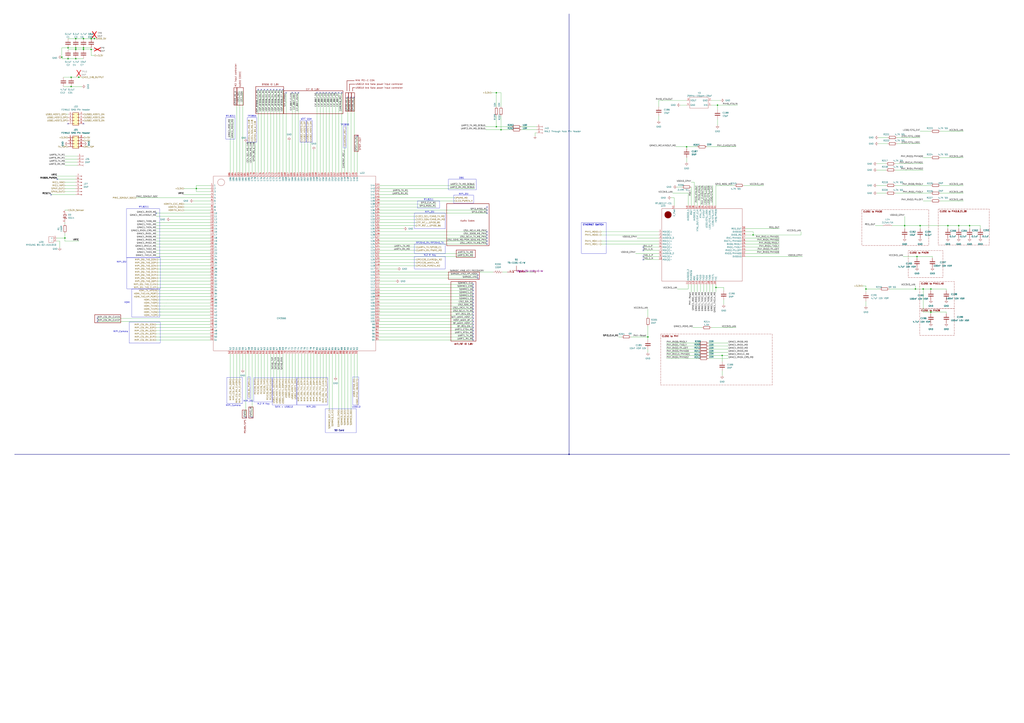
<source format=kicad_sch>
(kicad_sch (version 20231120) (generator "eeschema") (generator_version "8.0")
  (paper "A1")
  (junction (at 53.34 195.58))
  (junction (at 563.88 120.65))
  (junction (at 68.58 39.37))
  (junction (at 62.23 40.64))
  (junction (at 77.5403 31.75))
  (junction (at 62.23 39.37))
  (junction (at 74.93 31.75))
  (junction (at 64.7276 63.5))
  (junction (at 55.88 48.26))
  (junction (at 407.67 76.2))
  (junction (at 467.36 373.38))
  (junction (at 58.42 71.12))
  (junction (at 50.8 46.99))
  (junction (at 68.58 40.64))
  (junction (at 711.2 237.49))
  (junction (at 758.19 237.49))
  (junction (at 532.13 276.86))
  (junction (at 68.58 31.75))
  (junction (at 55.88 39.37))
  (junction (at 764.54 256.54))
  (junction (at 62.23 48.26))
  (junction (at 787.4 185.42))
  (junction (at 588.01 236.22))
  (junction (at 778.51 185.42))
  (junction (at 753.11 210.82))
  (junction (at 161.29 154.94))
  (junction (at 618.49 193.04))
  (junction (at 411.48 106.68))
  (junction (at 593.09 292.1))
  (junction (at 589.28 86.36))
  (junction (at 751.84 237.49))
  (junction (at 407.67 104.14))
  (junction (at 755.65 185.42))
  (junction (at 764.54 237.49))
  (junction (at 742.95 185.42))
  (junction (at 74.8293 40.64))
  (junction (at 58.42 63.5))
  (junction (at 796.29 185.42))
  (junction (at 62.23 31.75))
  (no_connect (at 388.62 269.24))
  (no_connect (at 388.62 254))
  (no_connect (at 229.87 73.66))
  (no_connect (at 400.05 170.18))
  (no_connect (at 388.62 276.86))
  (no_connect (at 392.43 226.06))
  (no_connect (at 528.32 210.82))
  (no_connect (at 388.62 251.46))
  (no_connect (at 217.17 73.66))
  (no_connect (at 400.05 190.5))
  (no_connect (at 222.25 73.66))
  (no_connect (at 214.63 73.66))
  (no_connect (at 400.05 198.12))
  (no_connect (at 80.01 261.62))
  (no_connect (at 388.62 271.78))
  (no_connect (at 400.05 200.66))
  (no_connect (at 388.62 236.22))
  (no_connect (at 262.89 76.2))
  (no_connect (at 55.88 101.6))
  (no_connect (at 224.79 73.66))
  (no_connect (at 227.33 73.66))
  (no_connect (at 400.05 172.72))
  (no_connect (at 288.29 80.01))
  (no_connect (at 388.62 259.08))
  (no_connect (at 388.62 261.62))
  (no_connect (at 388.62 256.54))
  (no_connect (at 68.58 101.6))
  (no_connect (at 388.62 246.38))
  (no_connect (at 240.03 76.2))
  (no_connect (at 528.32 205.74))
  (no_connect (at 41.91 160.02))
  (no_connect (at 201.93 342.9))
  (no_connect (at 46.99 147.32))
  (no_connect (at 400.05 175.26))
  (no_connect (at 392.43 228.6))
  (no_connect (at 270.51 76.2))
  (no_connect (at 273.05 76.2))
  (no_connect (at 388.62 248.92))
  (no_connect (at 234.95 76.2))
  (no_connect (at 290.83 80.01))
  (no_connect (at 400.05 193.04))
  (no_connect (at 388.62 279.4))
  (no_connect (at 400.05 195.58))
  (no_connect (at 388.62 241.3))
  (no_connect (at 245.11 76.2))
  (no_connect (at 278.13 76.2))
  (no_connect (at 128.27 175.26))
  (no_connect (at 388.62 274.32))
  (no_connect (at 232.41 73.66))
  (no_connect (at 388.62 233.68))
  (no_connect (at 280.67 76.2))
  (no_connect (at 388.62 264.16))
  (no_connect (at 242.57 76.2))
  (no_connect (at 219.71 73.66))
  (no_connect (at 267.97 76.2))
  (no_connect (at 212.09 73.66))
  (no_connect (at 80.01 264.16))
  (no_connect (at 207.01 342.9))
  (no_connect (at 265.43 76.2))
  (no_connect (at 388.62 243.84))
  (no_connect (at 285.75 80.01))
  (no_connect (at 388.62 266.7))
  (no_connect (at 275.59 76.2))
  (no_connect (at 293.37 111.76))
  (no_connect (at 388.62 238.76))
  (no_connect (at 528.32 203.2))
  (no_connect (at 528.32 213.36))
  (no_connect (at 260.35 76.2))
  (wire (pts (xy 311.15 182.88) (xy 341.63 182.88)))
  (wire (pts (xy 758.19 139.7) (xy 735.33 139.7)))
  (wire (pts (xy 765.81 210.82) (xy 765.81 212.09)))
  (wire (pts (xy 46.5105 195.58) (xy 53.34 195.58)))
  (wire (pts (xy 217.17 82.55) (xy 217.17 142.24)))
  (wire (pts (xy 53.34 157.48) (xy 62.23 157.48)))
  (wire (pts (xy 53.34 152.4) (xy 62.23 152.4)))
  (wire (pts (xy 796.29 185.42) (xy 805.18 185.42)))
  (wire (pts (xy 640.08 187.96) (xy 612.14 187.96)))
  (wire (pts (xy 741.68 210.82) (xy 753.11 210.82)))
  (wire (pts (xy 58.42 63.5) (xy 64.7276 63.5)))
  (wire (pts (xy 720.09 139.7) (xy 727.71 139.7)))
  (wire (pts (xy 240.03 76.2) (xy 240.03 142.24)))
  (wire (pts (xy 129.54 218.44) (xy 172.72 218.44)))
  (wire (pts (xy 129.54 233.68) (xy 172.72 233.68)))
  (wire (pts (xy 222.25 80.01) (xy 222.25 142.24)))
  (wire (pts (xy 46.99 144.78) (xy 62.23 144.78)))
  (wire (pts (xy 214.63 83.82) (xy 214.63 142.24)))
  (wire (pts (xy 262.89 290.83) (xy 262.89 311.15)))
  (wire (pts (xy 76.6818 40.6392) (xy 76.6818 40.64)))
  (wire (pts (xy 194.31 311.15) (xy 194.31 290.83)))
  (wire (pts (xy 589.28 90.17) (xy 589.28 86.36)))
  (wire (pts (xy 53.34 149.86) (xy 62.23 149.86)))
  (wire (pts (xy 219.7076 81.28) (xy 219.71 81.28)))
  (wire (pts (xy 582.93 152.4) (xy 582.93 168.91)))
  (wire (pts (xy 189.23 311.15) (xy 189.23 290.83)))
  (wire (pts (xy 407.67 76.2) (xy 407.67 87.63)))
  (wire (pts (xy 758.19 256.54) (xy 764.54 256.54)))
  (wire (pts (xy 129.54 215.9) (xy 172.72 215.9)))
  (wire (pts (xy 581.66 289.56) (xy 598.17 289.56)))
  (wire (pts (xy 311.15 154.94) (xy 389.89 154.94)))
  (wire (pts (xy 427.99 106.68) (xy 440.69 106.68)))
  (wire (pts (xy 285.75 80.01) (xy 285.75 142.24)))
  (polyline (pts (xy 287.02 69.1057) (xy 291.4165 69.1057)) (stroke (width 0.3048) (color 132 0 0 1)))
  (wire (pts (xy 439.42 109.22) (xy 439.42 111.76)))
  (wire (pts (xy 132.6203 256.5382) (xy 132.6203 256.54)))
  (wire (pts (xy 732.79 185.42) (xy 742.95 185.42)))
  (wire (pts (xy 494.03 198.12) (xy 541.02 198.12)))
  (wire (pts (xy 280.67 336.55) (xy 280.67 290.83)))
  (wire (pts (xy 128.27 271.78) (xy 172.72 271.78)))
  (wire (pts (xy 791.21 107.95) (xy 772.16 107.95)))
  (wire (pts (xy 128.27 185.42) (xy 172.72 185.42)))
  (wire (pts (xy 132.6203 256.54) (xy 172.72 256.54)))
  (wire (pts (xy 758.19 134.62) (xy 735.33 134.62)))
  (wire (pts (xy 567.69 149.86) (xy 570.23 149.86)))
  (wire (pts (xy 311.15 228.6) (xy 392.43 228.6)))
  (wire (pts (xy 541.02 82.55) (xy 563.88 82.55)))
  (wire (pts (xy 111.76 162.56) (xy 172.72 162.56)))
  (wire (pts (xy 585.47 240.03) (xy 585.47 233.68)))
  (wire (pts (xy 131.3503 259.08) (xy 172.72 259.08)))
  (wire (pts (xy 411.48 76.2) (xy 407.67 76.2)))
  (wire (pts (xy 640.08 203.2) (xy 612.14 203.2)))
  (wire (pts (xy 764.54 256.54) (xy 777.24 256.54)))
  (wire (pts (xy 196.85 311.15) (xy 196.85 290.83)))
  (wire (pts (xy 128.27 195.58) (xy 172.72 195.58)))
  (bus (pts (xy 467.36 11.43) (xy 467.36 373.38)))
  (wire (pts (xy 50.8 39.37) (xy 50.8 46.99)))
  (wire (pts (xy 311.15 193.04) (xy 400.05 193.04)))
  (wire (pts (xy 547.37 281.94) (xy 574.04 281.94)))
  (wire (pts (xy 585.47 152.4) (xy 585.47 168.91)))
  (wire (pts (xy 580.39 152.4) (xy 580.39 168.91)))
  (wire (pts (xy 311.15 162.56) (xy 373.38 162.56)))
  (wire (pts (xy 265.43 290.83) (xy 265.43 311.15)))
  (wire (pts (xy 285.75 336.55) (xy 285.75 290.83)))
  (wire (pts (xy 311.15 261.62) (xy 388.62 261.62)))
  (wire (pts (xy 565.15 237.49) (xy 556.26 237.49)))
  (wire (pts (xy 588.01 152.4) (xy 603.25 152.4)))
  (wire (pts (xy 161.29 154.94) (xy 172.72 154.94)))
  (wire (pts (xy 232.4076 74.93) (xy 232.41 74.93)))
  (wire (pts (xy 730.25 237.49) (xy 751.84 237.49)))
  (wire (pts (xy 53.34 128.27) (xy 63.5 128.27)))
  (wire (pts (xy 778.51 185.42) (xy 778.51 187.96)))
  (wire (pts (xy 135.1603 251.4582) (xy 135.1603 251.46)))
  (wire (pts (xy 229.87 290.83) (xy 229.87 311.15)))
  (wire (pts (xy 140.2403 241.3) (xy 172.72 241.3)))
  (wire (pts (xy 577.85 240.03) (xy 577.85 233.68)))
  (wire (pts (xy 577.85 152.4) (xy 577.85 168.91)))
  (wire (pts (xy 335.28 157.48) (xy 311.15 157.48)))
  (wire (pts (xy 128.27 279.4) (xy 172.72 279.4)))
  (wire (pts (xy 411.48 95.25) (xy 411.48 106.68)))
  (wire (pts (xy 128.27 200.66) (xy 172.72 200.66)))
  (wire (pts (xy 581.66 281.94) (xy 598.17 281.94)))
  (wire (pts (xy 311.15 226.06) (xy 392.43 226.06)))
  (wire (pts (xy 247.65 116.84) (xy 247.65 142.24)))
  (wire (pts (xy 311.15 241.3) (xy 388.62 241.3)))
  (wire (pts (xy 55.88 31.75) (xy 62.23 31.75)))
  (wire (pts (xy 565.15 158.75) (xy 552.45 158.75)))
  (wire (pts (xy 721.36 113.03) (xy 728.98 113.03)))
  (wire (pts (xy 589.28 86.36) (xy 605.79 86.36)))
  (wire (pts (xy 532.13 276.86) (xy 532.13 279.4)))
  (wire (pts (xy 547.37 294.64) (xy 574.04 294.64)))
  (wire (pts (xy 130.0803 238.7582) (xy 141.5103 238.7582)))
  (wire (pts (xy 772.16 165.1) (xy 791.21 165.1)))
  (wire (pts (xy 311.15 236.22) (xy 388.62 236.22)))
  (wire (pts (xy 212.09 73.66) (xy 212.09 142.24)))
  (wire (pts (xy 358.14 170.18) (xy 311.15 170.18)))
  (wire (pts (xy 494.03 190.5) (xy 541.02 190.5)))
  (wire (pts (xy 521.97 208.28) (xy 541.02 208.28)))
  (wire (pts (xy 541.02 99.06) (xy 541.02 95.25)))
  (wire (pts (xy 593.09 292.1) (xy 598.17 292.1)))
  (wire (pts (xy 581.66 287.02) (xy 598.17 287.02)))
  (wire (pts (xy 128.27 177.8) (xy 172.72 177.8)))
  (wire (pts (xy 222.2476 80.01) (xy 222.25 80.01)))
  (wire (pts (xy 758.19 237.49) (xy 758.19 256.54)))
  (wire (pts (xy 311.15 208.28) (xy 388.62 208.28)))
  (wire (pts (xy 204.47 116.84) (xy 204.47 142.24)))
  (wire (pts (xy 796.29 185.42) (xy 796.29 187.96)))
  (wire (pts (xy 711.2 234.95) (xy 711.2 237.49)))
  (wire (pts (xy 659.13 210.82) (xy 612.14 210.82)))
  (wire (pts (xy 311.15 256.54) (xy 388.62 256.54)))
  (wire (pts (xy 311.15 251.46) (xy 388.62 251.46)))
  (wire (pts (xy 53.34 135.89) (xy 63.5 135.89)))
  (polyline (pts (xy 284.9657 74.8383) (xy 284.9636 66.3367)) (stroke (width 0.3048) (color 132 0 0 1)))
  (wire (pts (xy 49.0505 198.1935) (xy 46.5105 198.1935)))
  (wire (pts (xy 278.13 76.2) (xy 278.13 142.24)))
  (wire (pts (xy 311.15 177.8) (xy 341.63 177.8)))
  (wire (pts (xy 74.8293 45.5877) (xy 74.8293 40.64)))
  (wire (pts (xy 293.37 111.76) (xy 293.37 142.24)))
  (wire (pts (xy 68.58 40.64) (xy 74.8293 40.64)))
  (wire (pts (xy 588.01 233.68) (xy 588.01 236.22)))
  (wire (pts (xy 288.29 336.55) (xy 288.29 290.83)))
  (wire (pts (xy 553.72 162.56) (xy 551.18 162.56)))
  (wire (pts (xy 130.0803 248.9182) (xy 136.4303 248.9182)))
  (wire (pts (xy 311.15 259.08) (xy 388.62 259.08)))
  (wire (pts (xy 151.13 172.72) (xy 172.72 172.72)))
  (wire (pts (xy 720.09 158.75) (xy 727.71 158.75)))
  (wire (pts (xy 219.71 311.15) (xy 219.71 290.83)))
  (wire (pts (xy 62.23 31.75) (xy 68.58 31.75)))
  (wire (pts (xy 252.73 116.84) (xy 252.73 142.24)))
  (wire (pts (xy 751.84 237.49) (xy 758.19 237.49)))
  (wire (pts (xy 128.27 187.96) (xy 172.72 187.96)))
  (wire (pts (xy 222.2476 73.8414) (xy 222.2476 80.01)))
  (wire (pts (xy 53.34 198.1935) (xy 64.77 198.1935)))
  (wire (pts (xy 273.05 76.2) (xy 273.05 142.24)))
  (wire (pts (xy 311.15 271.78) (xy 388.62 271.78)))
  (polyline (pts (xy 287.02 74.93) (xy 287.02 69.1057)) (stroke (width 0.3048) (color 132 0 0 1)))
  (wire (pts (xy 129.54 226.06) (xy 172.72 226.06)))
  (wire (pts (xy 407.67 104.14) (xy 420.37 104.14)))
  (wire (pts (xy 260.35 76.2) (xy 260.35 142.24)))
  (wire (pts (xy 311.15 190.5) (xy 400.05 190.5)))
  (wire (pts (xy 68.58 39.37) (xy 62.23 39.37)))
  (wire (pts (xy 528.32 213.36) (xy 541.02 213.36)))
  (wire (pts (xy 161.29 152.4) (xy 172.72 152.4)))
  (wire (pts (xy 128.27 198.12) (xy 172.72 198.12)))
  (wire (pts (xy 640.08 198.12) (xy 612.14 198.12)))
  (wire (pts (xy 224.79 78.74) (xy 224.79 142.24)))
  (wire (pts (xy 341.63 215.9) (xy 311.15 215.9)))
  (wire (pts (xy 412.75 223.52) (xy 416.56 223.52)))
  (wire (pts (xy 311.15 254) (xy 388.62 254)))
  (wire (pts (xy 270.51 76.2) (xy 270.51 142.24)))
  (wire (pts (xy 311.15 276.86) (xy 388.62 276.86)))
  (wire (pts (xy 736.6 113.03) (xy 755.65 113.03)))
  (wire (pts (xy 55.88 40.64) (xy 62.23 40.64)))
  (wire (pts (xy 128.27 175.26) (xy 172.72 175.26)))
  (wire (pts (xy 400.05 172.72) (xy 311.15 172.72)))
  (wire (pts (xy 604.52 120.65) (xy 580.39 120.65)))
  (wire (pts (xy 640.08 200.66) (xy 612.14 200.66)))
  (wire (pts (xy 311.15 246.38) (xy 388.62 246.38)))
  (wire (pts (xy 411.48 106.68) (xy 420.37 106.68)))
  (wire (pts (xy 791.21 152.4) (xy 772.16 152.4)))
  (wire (pts (xy 742.95 185.42) (xy 755.65 185.42)))
  (wire (pts (xy 555.7876 153.67) (xy 560.07 153.67)))
  (wire (pts (xy 138.9703 243.8382) (xy 138.9703 243.84)))
  (wire (pts (xy 227.33 290.83) (xy 227.33 311.15)))
  (wire (pts (xy 311.15 220.98) (xy 326.39 220.98)))
  (wire (pts (xy 201.93 116.84) (xy 201.93 142.24)))
  (wire (pts (xy 191.77 311.15) (xy 191.77 290.83)))
  (wire (pts (xy 518.16 276.86) (xy 532.13 276.86)))
  (wire (pts (xy 265.43 76.2) (xy 265.43 142.24)))
  (wire (pts (xy 618.49 193.04) (xy 612.14 193.04)))
  (wire (pts (xy 753.11 210.82) (xy 765.81 210.82)))
  (wire (pts (xy 137.7003 246.3782) (xy 137.7003 246.38)))
  (wire (pts (xy 311.15 187.96) (xy 331.47 187.96)))
  (wire (pts (xy 64.77 198.12) (xy 64.77 198.1935)))
  (wire (pts (xy 593.09 292.1) (xy 593.09 297.18)))
  (wire (pts (xy 758.19 237.49) (xy 764.54 237.49)))
  (wire (pts (xy 311.15 165.1) (xy 373.38 165.1)))
  (wire (pts (xy 755.65 185.42) (xy 755.65 187.96)))
  (wire (pts (xy 708.66 234.95) (xy 711.2 234.95)))
  (wire (pts (xy 130.0803 253.9982) (xy 133.8903 253.9982)))
  (wire (pts (xy 528.32 203.2) (xy 541.02 203.2)))
  (wire (pts (xy 128.27 193.04) (xy 172.72 193.04)))
  (wire (pts (xy 528.32 205.74) (xy 541.02 205.74)))
  (wire (pts (xy 427.99 104.14) (xy 440.69 104.14)))
  (wire (pts (xy 54.61 93.98) (xy 55.88 93.98)))
  (wire (pts (xy 720.09 134.62) (xy 727.71 134.62)))
  (wire (pts (xy 219.71 81.28) (xy 219.71 142.24)))
  (wire (pts (xy 288.29 80.01) (xy 288.29 142.24)))
  (wire (pts (xy 77.3693 45.5877) (xy 74.8293 45.5877)))
  (wire (pts (xy 214.6276 83.82) (xy 214.63 83.82)))
  (wire (pts (xy 128.27 266.7) (xy 172.72 266.7)))
  (wire (pts (xy 49.0505 203.2735) (xy 49.0505 198.1935)))
  (wire (pts (xy 130.0803 241.2982) (xy 140.2403 241.2982)))
  (wire (pts (xy 494.03 200.66) (xy 541.02 200.66)))
  (wire (pts (xy 214.63 311.15) (xy 214.63 290.83)))
  (wire (pts (xy 341.63 218.44) (xy 311.15 218.44)))
  (wire (pts (xy 151.13 170.18) (xy 172.72 170.18)))
  (wire (pts (xy 53.34 184.15) (xy 53.34 182.88)))
  (wire (pts (xy 229.8676 76.2) (xy 229.87 76.2)))
  (wire (pts (xy 237.49 115.57) (xy 237.49 142.24)))
  (wire (pts (xy 565.15 168.91) (xy 565.15 158.75)))
  (wire (pts (xy 237.49 311.15) (xy 237.49 290.83)))
  (wire (pts (xy 255.27 116.84) (xy 255.27 142.24)))
  (wire (pts (xy 273.05 336.55) (xy 273.05 290.83)))
  (wire (pts (xy 128.27 182.88) (xy 172.72 182.88)))
  (wire (pts (xy 311.15 198.12) (xy 400.05 198.12)))
  (wire (pts (xy 68.58 31.75) (xy 74.93 31.75)))
  (wire (pts (xy 212.09 311.15) (xy 212.09 290.83)))
  (wire (pts (xy 141.5103 238.7582) (xy 141.5103 238.76)))
  (wire (pts (xy 204.47 311.15) (xy 204.47 290.83)))
  (wire (pts (xy 255.27 290.83) (xy 255.27 311.15)))
  (wire (pts (xy 311.15 274.32) (xy 388.62 274.32)))
  (wire (pts (xy 52.07 63.5) (xy 58.42 63.5)))
  (wire (pts (xy 398.78 104.14) (xy 407.67 104.14)))
  (wire (pts (xy 280.67 76.2) (xy 280.67 142.24)))
  (wire (pts (xy 618.49 190.5) (xy 618.49 193.04)))
  (wire (pts (xy 240.03 311.15) (xy 240.03 290.83)))
  (wire (pts (xy 62.23 40.64) (xy 68.58 40.64)))
  (wire (pts (xy 753.11 210.82) (xy 753.11 212.09)))
  (wire (pts (xy 50.8 48.26) (xy 55.88 48.26)))
  (wire (pts (xy 758.19 165.1) (xy 764.54 165.1)))
  (wire (pts (xy 161.29 154.94) (xy 161.29 152.4)))
  (wire (pts (xy 764.54 237.49) (xy 777.24 237.49)))
  (wire (pts (xy 547.37 289.56) (xy 574.04 289.56)))
  (wire (pts (xy 805.18 185.42) (xy 805.18 187.96)))
  (wire (pts (xy 139.7 180.34) (xy 172.72 180.34)))
  (wire (pts (xy 207.01 116.84) (xy 207.01 142.24)))
  (wire (pts (xy 201.93 290.83) (xy 201.93 342.9)))
  (wire (pts (xy 217.1676 73.8414) (xy 217.1676 82.55)))
  (wire (pts (xy 751.84 237.49) (xy 751.84 234.95)))
  (wire (pts (xy 129.54 220.98) (xy 172.72 220.98)))
  (wire (pts (xy 74.93 39.37) (xy 68.58 39.37)))
  (wire (pts (xy 137.7003 246.38) (xy 172.72 246.38)))
  (wire (pts (xy 618.49 190.5) (xy 612.14 190.5)))
  (wire (pts (xy 777.24 256.54) (xy 777.24 257.81)))
  (wire (pts (xy 589.28 102.87) (xy 589.28 97.79)))
  (wire (pts (xy 283.21 336.55) (xy 283.21 290.83)))
  (wire (pts (xy 74.93 31.75) (xy 77.5403 31.75)))
  (wire (pts (xy 721.36 118.11) (xy 728.98 118.11)))
  (wire (pts (xy 209.55 116.84) (xy 209.55 142.24)))
  (wire (pts (xy 558.8 86.36) (xy 563.88 86.36)))
  (wire (pts (xy 141.5103 238.76) (xy 172.72 238.76)))
  (wire (pts (xy 778.51 185.42) (xy 787.4 185.42)))
  (wire (pts (xy 311.15 266.7) (xy 388.62 266.7)))
  (wire (pts (xy 260.35 290.83) (xy 260.35 311.15)))
  (wire (pts (xy 219.7076 73.8414) (xy 219.7076 81.28)))
  (wire (pts (xy 568.96 269.24) (xy 576.58 269.24)))
  (wire (pts (xy 189.23 97.79) (xy 189.23 142.24)))
  (wire (pts (xy 567.69 153.67) (xy 567.69 168.91)))
  (wire (pts (xy 55.88 48.26) (xy 62.23 48.26)))
  (wire (pts (xy 128.27 210.82) (xy 172.72 210.82)))
  (wire (pts (xy 262.89 76.2) (xy 262.89 142.24)))
  (wire (pts (xy 55.88 172.72) (xy 53.34 172.72)))
  (wire (pts (xy 580.39 240.03) (xy 580.39 233.68)))
  (wire (pts (xy 128.27 203.2) (xy 172.72 203.2)))
  (wire (pts (xy 593.09 304.8) (xy 593.09 308.61)))
  (polyline (pts (xy 284.9636 66.3367) (xy 290.9533 66.3345)) (stroke (width 0.3048) (color 132 0 0 1)))
  (wire (pts (xy 80.01 264.16) (xy 172.72 264.16)))
  (wire (pts (xy 594.36 236.22) (xy 588.01 236.22)))
  (wire (pts (xy 242.57 76.2) (xy 242.57 142.24)))
  (wire (pts (xy 581.66 292.1) (xy 593.09 292.1)))
  (wire (pts (xy 358.14 167.64) (xy 311.15 167.64)))
  (wire (pts (xy 581.66 284.48) (xy 598.17 284.48)))
  (wire (pts (xy 158.75 165.1) (xy 172.72 165.1)))
  (wire (pts (xy 532.13 254) (xy 532.13 260.35)))
  (wire (pts (xy 133.8903 254) (xy 172.72 254)))
  (wire (pts (xy 440.69 109.22) (xy 439.42 109.22)))
  (wire (pts (xy 311.15 243.84) (xy 388.62 243.84)))
  (wire (pts (xy 582.93 240.03) (xy 582.93 233.68)))
  (wire (pts (xy 130.0803 251.4582) (xy 135.1603 251.4582)))
  (wire (pts (xy 138.9703 243.84) (xy 172.72 243.84)))
  (wire (pts (xy 311.15 210.82) (xy 388.62 210.82)))
  (wire (pts (xy 55.8481 120.65) (xy 55.88 120.65)))
  (wire (pts (xy 130.0803 243.8382) (xy 138.9703 243.8382)))
  (wire (pts (xy 610.87 152.4) (xy 627.38 152.4)))
  (wire (pts (xy 311.15 180.34) (xy 341.63 180.34)))
  (wire (pts (xy 572.77 152.4) (xy 572.77 168.91)))
  (wire (pts (xy 140.2403 241.2982) (xy 140.2403 241.3)))
  (wire (pts (xy 570.23 240.03) (xy 570.23 233.68)))
  (wire (pts (xy 194.31 74.93) (xy 194.31 142.24)))
  (wire (pts (xy 129.54 228.6) (xy 172.72 228.6)))
  (wire (pts (xy 53.34 130.81) (xy 63.5 130.81)))
  (wire (pts (xy 232.41 74.93) (xy 232.41 142.24)))
  (wire (pts (xy 575.31 240.03) (xy 575.31 233.68)))
  (wire (pts (xy 565.15 233.68) (xy 565.15 237.49)))
  (wire (pts (xy 400.05 200.66) (xy 311.15 200.66)))
  (wire (pts (xy 64.7276 63.5) (xy 67.31 63.5)))
  (wire (pts (xy 293.37 311.15) (xy 293.37 290.83)))
  (wire (pts (xy 711.2 237.49) (xy 722.63 237.49)))
  (wire (pts (xy 311.15 152.4) (xy 389.89 152.4)))
  (wire (pts (xy 214.6276 73.8414) (xy 214.6276 83.82)))
  (wire (pts (xy 594.36 236.22) (xy 594.36 238.76)))
  (wire (pts (xy 567.69 240.03) (xy 567.69 233.68)))
  (wire (pts (xy 290.83 80.01) (xy 290.83 142.24)))
  (wire (pts (xy 736.6 118.11) (xy 755.65 118.11)))
  (wire (pts (xy 136.4303 248.9182) (xy 136.4303 248.92)))
  (wire (pts (xy 227.3276 77.47) (xy 227.33 77.47)))
  (wire (pts (xy 128.27 276.86) (xy 172.72 276.86)))
  (wire (pts (xy 224.7876 73.8414) (xy 224.7876 78.74)))
  (polyline (pts (xy 289.56 74.93) (xy 289.56 72.1288)) (stroke (width 0.3048) (color 132 0 0 1)))
  (wire (pts (xy 53.34 154.94) (xy 62.23 154.94)))
  (bus (pts (xy 467.36 373.38) (xy 829.31 373.38)))
  (wire (pts (xy 245.11 76.2) (xy 245.11 142.24)))
  (wire (pts (xy 199.39 74.93) (xy 199.39 142.24)))
  (polyline (pts (xy 289.56 72.1288) (xy 291.3359 72.1288)) (stroke (width 0.3048) (color 132 0 0 1)))
  (wire (pts (xy 575.31 152.4) (xy 575.31 168.91)))
  (wire (pts (xy 128.27 190.5) (xy 172.72 190.5)))
  (wire (pts (xy 232.4076 73.8414) (xy 232.4076 74.93)))
  (wire (pts (xy 532.13 287.02) (xy 532.13 289.56)))
  (wire (pts (xy 217.17 311.15) (xy 217.17 290.83)))
  (wire (pts (xy 411.48 87.63) (xy 411.48 76.2)))
  (wire (pts (xy 46.99 147.32) (xy 62.23 147.32)))
  (wire (pts (xy 400.05 175.26) (xy 311.15 175.26)))
  (wire (pts (xy 80.01 261.62) (xy 172.72 261.62)))
  (wire (pts (xy 136.4303 248.92) (xy 172.72 248.92)))
  (wire (pts (xy 570.23 149.86) (xy 570.23 168.91)))
  (wire (pts (xy 227.3276 73.8414) (xy 227.3276 77.47)))
  (wire (pts (xy 787.4 185.42) (xy 787.4 187.96)))
  (wire (pts (xy 267.97 76.2) (xy 267.97 142.24)))
  (wire (pts (xy 657.86 193.04) (xy 618.49 193.04)))
  (wire (pts (xy 131.3503 259.0782) (xy 131.3503 259.08)))
  (wire (pts (xy 523.24 195.58) (xy 541.02 195.58)))
  (wire (pts (xy 55.88 39.37) (xy 50.8 39.37)))
  (wire (pts (xy 130.0803 256.5382) (xy 132.6203 256.5382)))
  (wire (pts (xy 720.09 152.4) (xy 727.71 152.4)))
  (wire (pts (xy 311.15 233.68) (xy 388.62 233.68)))
  (wire (pts (xy 53.34 191.77) (xy 53.34 195.58)))
  (wire (pts (xy 311.15 195.58) (xy 400.05 195.58)))
  (wire (pts (xy 128.27 208.28) (xy 172.72 208.28)))
  (wire (pts (xy 311.15 203.2) (xy 341.63 203.2)))
  (wire (pts (xy 161.29 157.48) (xy 172.72 157.48)))
  (wire (pts (xy 129.54 213.36) (xy 172.72 213.36)))
  (wire (pts (xy 278.13 336.55) (xy 278.13 290.83)))
  (wire (pts (xy 128.27 269.24) (xy 172.72 269.24)))
  (wire (pts (xy 77.5403 31.75) (xy 78.74 31.75)))
  (wire (pts (xy 764.54 237.49) (xy 764.54 238.76)))
  (wire (pts (xy 563.88 120.65) (xy 563.88 121.92)))
  (wire (pts (xy 247.65 290.83) (xy 247.65 311.15)))
  (wire (pts (xy 129.54 236.22) (xy 172.72 236.22)))
  (wire (pts (xy 398.78 106.68) (xy 411.48 106.68)))
  (wire (pts (xy 135.1603 251.46) (xy 172.72 251.46)))
  (wire (pts (xy 335.28 160.02) (xy 311.15 160.02)))
  (wire (pts (xy 563.88 120.65) (xy 572.77 120.65)))
  (wire (pts (xy 224.79 290.83) (xy 224.79 311.15)))
  (wire (pts (xy 755.65 185.42) (xy 778.51 185.42)))
  (wire (pts (xy 311.15 205.74) (xy 341.63 205.74)))
  (wire (pts (xy 275.59 76.2) (xy 275.59 142.24)))
  (wire (pts (xy 224.7876 78.74) (xy 224.79 78.74)))
  (wire (pts (xy 52.07 71.12) (xy 58.42 71.12)))
  (wire (pts (xy 791.21 158.75) (xy 772.16 158.75)))
  (wire (pts (xy 130.0803 259.0782) (xy 131.3503 259.0782)))
  (wire (pts (xy 128.27 274.32) (xy 172.72 274.32)))
  (wire (pts (xy 553.72 168.91) (xy 553.72 162.56)))
  (wire (pts (xy 735.33 158.75) (xy 764.54 158.75)))
  (wire (pts (xy 735.33 152.4) (xy 764.54 152.4)))
  (wire (pts (xy 640.08 195.58) (xy 612.14 195.58)))
  (wire (pts (xy 777.24 237.49) (xy 777.24 238.76)))
  (wire (pts (xy 640.08 208.28) (xy 612.14 208.28)))
  (wire (pts (xy 547.37 287.02) (xy 574.04 287.02)))
  (wire (pts (xy 58.42 71.12) (xy 67.31 71.12)))
  (wire (pts (xy 62.23 39.37) (xy 55.88 39.37)))
  (wire (pts (xy 191.77 97.79) (xy 191.77 142.24)))
  (wire (pts (xy 151.13 154.94) (xy 161.29 154.94)))
  (wire (pts (xy 311.15 238.76) (xy 388.62 238.76)))
  (wire (pts (xy 787.4 185.42) (xy 796.29 185.42)))
  (wire (pts (xy 711.2 247.65) (xy 711.2 251.46)))
  (wire (pts (xy 589.28 86.36) (xy 584.2 86.36)))
  (wire (pts (xy 199.39 290.83) (xy 199.39 303.53)))
  (wire (pts (xy 245.11 290.83) (xy 245.11 311.15)))
  (wire (pts (xy 718.82 185.42) (xy 725.17 185.42)))
  (wire (pts (xy 594.36 246.38) (xy 594.36 250.19)))
  (wire (pts (xy 41.91 160.02) (xy 62.23 160.02)))
  (wire (pts (xy 554.99 120.65) (xy 563.88 120.65)))
  (wire (pts (xy 591.82 82.55) (xy 584.2 82.55)))
  (wire (pts (xy 588.01 236.22) (xy 588.01 240.03)))
  (wire (pts (xy 229.87 76.2) (xy 229.87 142.24)))
  (wire (pts (xy 257.81 290.83) (xy 257.81 311.15)))
  (wire (pts (xy 311.15 248.92) (xy 388.62 248.92)))
  (wire (pts (xy 532.13 276.86) (xy 532.13 267.97)))
  (wire (pts (xy 764.54 129.54) (xy 758.19 129.54)))
  (wire (pts (xy 232.41 290.83) (xy 232.41 311.15)))
  (wire (pts (xy 755.65 107.95) (xy 764.54 107.95)))
  (wire (pts (xy 209.55 311.15) (xy 209.55 290.83)))
  (wire (pts (xy 311.15 264.16) (xy 388.62 264.16)))
  (wire (pts (xy 217.1676 82.55) (xy 217.17 82.55)))
  (wire (pts (xy 657.86 190.5) (xy 657.86 193.04)))
  (wire (pts (xy 250.19 290.83) (xy 250.19 311.15)))
  (wire (pts (xy 588.01 152.4) (xy 588.01 168.91)))
  (wire (pts (xy 584.2 269.24) (xy 604.52 269.24)))
  (bus (pts (xy 12.0751 373.38) (xy 12.0751 373.4167)))
  (wire (pts (xy 62.23 48.26) (xy 68.58 48.26)))
  (wire (pts (xy 270.51 290.83) (xy 270.51 336.55)))
  (wire (pts (xy 250.19 116.84) (xy 250.19 142.24)))
  (wire (pts (xy 283.21 120.65) (xy 283.21 142.24)))
  (wire (pts (xy 133.8903 253.9982) (xy 133.8903 254)))
  (wire (pts (xy 129.54 223.52) (xy 172.72 223.52)))
  (wire (pts (xy 742.95 185.42) (xy 742.95 187.96)))
  (wire (pts (xy 508 276.86) (xy 510.54 276.86)))
  (wire (pts (xy 53.34 198.1935) (xy 53.34 195.58)))
  (wire (pts (xy 711.2 237.49) (xy 711.2 240.03)))
  (wire (pts (xy 311.15 269.24) (xy 388.62 269.24)))
  (wire (pts (xy 563.88 133.35) (xy 563.88 129.54)))
  (wire (pts (xy 407.67 95.25) (xy 407.67 104.14)))
  (wire (pts (xy 74.8293 40.64) (xy 76.6818 40.64)))
  (wire (pts (xy 267.97 290.83) (xy 267.97 311.15)))
  (wire (pts (xy 207.01 290.83) (xy 207.01 342.9)))
  (wire (pts (xy 581.66 294.64) (xy 598.17 294.64)))
  (wire (pts (xy 341.63 185.42) (xy 311.15 185.42)))
  (wire (pts (xy 764.54 256.54) (xy 764.54 257.81)))
  (wire (pts (xy 541.02 87.63) (xy 541.02 82.55)))
  (wire (pts (xy 742.95 185.42) (xy 742.95 177.8)))
  (wire (pts (xy 227.33 77.47) (xy 227.33 142.24)))
  (wire (pts (xy 50.8 46.99) (xy 50.8 48.26)))
  (wire (pts (xy 791.21 129.54) (xy 772.16 129.54)))
  (wire (pts (xy 257.81 123.19) (xy 257.81 142.24)))
  (wire (pts (xy 311.15 231.14) (xy 325.12 231.14)))
  (wire (pts (xy 640.08 205.74) (xy 612.14 205.74)))
  (wire (pts (xy 547.37 284.48) (xy 574.04 284.48)))
  (wire (pts (xy 151.13 167.64) (xy 172.72 167.64)))
  (bus (pts (xy 467.36 373.38) (xy 12.0751 373.38)))
  (wire (pts (xy 53.34 133.35) (xy 63.5 133.35)))
  (wire (pts (xy 311.15 223.52) (xy 405.13 223.52)))
  (wire (pts (xy 572.77 240.03) (xy 572.77 233.68)))
  (wire (pts (xy 128.27 205.74) (xy 172.72 205.74)))
  (wire (pts (xy 151.13 160.02) (xy 172.72 160.02)))
  (wire (pts (xy 161.29 154.94) (xy 161.29 157.48)))
  (wire (pts (xy 242.57 311.15) (xy 242.57 290.83)))
  (wire (pts (xy 222.25 311.15) (xy 222.25 290.83)))
  (wire (pts (xy 547.37 292.1) (xy 574.04 292.1)))
  (wire (pts (xy 252.73 290.83) (xy 252.73 311.15)))
  (wire (pts (xy 229.8676 73.8414) (xy 229.8676 76.2)))
  (wire (pts (xy 494.03 193.04) (xy 541.02 193.04)))
  (wire (pts (xy 528.32 210.82) (xy 541.02 210.82)))
  (wire (pts (xy 341.63 213.36) (xy 311.15 213.36)))
  (wire (pts (xy 275.59 290.83) (xy 275.59 309.88)))
  (wire (pts (xy 130.0803 246.3782) (xy 137.7003 246.3782)))
  (wire (pts (xy 311.15 279.4) (xy 388.62 279.4)))
  (wire (pts (xy 290.83 311.15) (xy 290.83 290.83)))
  (wire (pts (xy 431.8 223.52) (xy 438.15 223.52)))
  (wire (pts (xy 196.85 74.93) (xy 196.85 142.24)))
  (wire (pts (xy 403.86 76.2) (xy 407.67 76.2)))
  (wire (pts (xy 46.5105 195.58) (xy 46.5105 195.6535)))
  (wire (pts (xy 234.95 311.15) (xy 234.95 290.83)))
  (wire (pts (xy 234.95 76.2) (xy 234.95 142.24)))
  (wire (pts (xy 129.54 231.14) (xy 172.72 231.14)))
  (rectangle (start 232.915 74.6136) (end 281.6987 93.4096) (stroke (width 0.3048) (color 132 0 0 1)))
  (rectangle (start 203.2 309.88) (end 205.74 327.66))
  (rectangle (start 204.2797 334.4672) (end 207.9075 343.597) (stroke (width 0.3048) (color 132 0 0 1)))
  (rectangle (start 208.2829 310.4478) (end 223.5229 330.2))
  (rectangle (start 243.885 310.3678) (end 269.24 332.7198))
  (rectangle (start 286.2236 76.2023) (end 288.5835 91.44) (stroke (width 0.3048) (color 132 0 0 1)))
  (rectangle (start 194.6126 71.9699) (end 199.9332 86.36) (stroke (width 0.3048) (color 132 0 0 1)))
  (rectangle (start 372.5364 160.4479) (end 388.9821 166.9771))
  (rectangle (start 251.46 99.06) (end 256.54 116.84))
  (rectangle (start 198.8929 337.0296) (end 202.4489 343.6336) (stroke (width 0.3048) (color 132 0 0 1)))
  (rectangle (start 370.332 231.394) (end 390.906 280.416) (stroke (width 0.3048) (color 132 0 0 1)))
  (rectangle (start 289.56 309.88) (end 294.64 332.74))
  (rectangle (start 185.42 96.52) (end 193.04 114.3))
  (rectangle (start 106.0865 264.7254) (end 131.4865 281.94))
  (rectangle (start 368.3 147.32) (end 391.16 156.0295))
  (rectangle (start 342.9 165.1) (end 360.9834 171.1479))
  (rectangle (start 246.38 99.06) (end 251.46 116.84))
  (rectangle (start 374.703 205.4382) (end 390.423 211.5561) (stroke (width 0.3048) (color 132 0 0 1)))
  (rectangle (start 210.0556 71.12) (end 232.9156 93.4225) (stroke (width 0.3048) (color 132 0 0 1)))
  (rectangle (start 283.7594 76.2) (end 286.1997 91.44) (stroke (width 0.3048) (color 132 0 0 1)))
  (rectangle (start 108.3035 237.4291) (end 131.2489 260.6158))
  (rectangle (start 223.52 310.388) (end 243.84 332.74))
  (rectangle (start 104.14 211.7872) (end 131.541 237.3823))
  (rectangle (start 368.3 223.52) (end 393.7 229.6379) (stroke (width 0.3048) (color 132 0 0 1)))
  (rectangle (start 103.886 171.45) (end 131.064 211.836))
  (rectangle (start 288.6334 76.2) (end 291.1734 91.44) (stroke (width 0.3048) (color 132 0 0 1)))
  (rectangle (start 291.0038 111.0636) (end 294.3058 124.46) (stroke (width 0.3048) (color 132 0 0 1)))
  (rectangle (start 186.3844 310.1182) (end 199.0844 331.7082))
  (rectangle (start 203.2 96.52) (end 210.82 116.84))
  (rectangle (start 282.0206 103.776) (end 284.3066 121.556))
  (rectangle (start 340.36 175.26) (end 365.76 187.96))
  (rectangle (start 192.1179 71.9774) (end 194.5767 86.3637) (stroke (width 0.3048) (color 132 0 0 1)))
  (rectangle (start 208.28 342.9) (end 208.28 342.9))
  (rectangle (start 77.7298 258.6478) (end 99.1364 265.2489) (stroke (width 0.3048) (color 132 0 0 1)))
  (rectangle (start 366.7908 167.4033) (end 401.6774 201.93) (stroke (width 0.3048) (color 132 0 0 1)))
  (rectangle (start 340.36 200.66) (end 365.76 208.28))
  (rectangle (start 267.2598 335.9039) (end 292.6148 355.6))
  (rectangle (start 340.36 210.82) (end 365.76 220.98))
  (text_box "CLOSE to PIN30\n" (at 707.898 172.212 0) (size 54.864 29.464) (stroke (width 0) (type dash) (color 132 0 0 1)) (effects (font (size 1.27 1.27) (thickness 0.254) (bold yes)) (justify left top)))
  (text_box "CLOSE to PIN11,40\n\n\n\n" (at 755.396 231.394 0) (size 28.448 22.098) (stroke (width 0) (type dash) (color 132 0 0 1)) (effects (font (size 1.27 1.27) (thickness 0.254) (bold yes)) (justify left top)))
  (text_box "CLOSE to PIN3,8,21,38\n\n" (at 770.636 171.958 0) (size 41.91 29.464) (stroke (width 0) (type dash) (color 132 0 0 1)) (effects (font (size 1.27 1.27) (thickness 0.254) (bold yes)) (justify left top)))
  (text_box "CLOSE to PIN28\n\n\n\n" (at 755.396 253.492 0) (size 28.448 22.098) (stroke (width 0) (type dash) (color 132 0 0 1)) (effects (font (size 1.27 1.27) (thickness 0.254) (bold yes)) (justify left top)))
  (text_box "CLOSE to PHY\n\n\n\n\n" (at 542.544 274.574 0) (size 91.694 41.91) (stroke (width 0) (type dash) (color 132 0 0 1)) (effects (font (size 1.27 1.27) (thickness 0.254) (bold yes)) (justify left top)))
  (text_box "ETHERNET SWITCH\n" (at 477.52 182.88 0) (size 20.32 25.4) (effects (font (size 1.27 1.27) (bold yes)) (justify left top)))
  (text_box "CLOSE to PIN29\n\n\n" (at 745.998 205.994 0) (size 28.448 22.098) (stroke (width 0) (type dash) (color 132 0 0 1)) (effects (font (size 1.27 1.27) (thickness 0.254) (bold yes)) (justify left top)))
  (text "MIPI_DSI\n" (at 255.524 334.518 0) (effects (font (size 1.27 1.27))))
  (text "MINI PCI-E CON\n" (at 299.72 66.294 0) (effects (font (size 1.27 1.27))))
  (text "RP2040_RX/RP2040_TX\n" (at 353.06 199.644 0) (effects (font (size 1.27 1.27))))
  (text "MIPI_DSI\n" (at 99.822 215.392 0) (effects (font (size 1.27 1.27))))
  (text "RTL8211\n" (at 189.484 95.504 0) (effects (font (size 1.27 1.27))))
  (text "MIPI_DSI\n" (at 380.746 159.512 0) (effects (font (size 1.27 1.27))))
  (text "MIPI_Camera\n" (at 191.516 333.248 0) (effects (font (size 1.27 1.27))))
  (text "BT656 IO 1.8V" (at 221.996 69.596 0) (effects (font (size 1.27 1.27))))
  (text "RTL8211" (at 352.044 164.084 0) (effects (font (size 1.27 1.27))))
  (text "RTL8211\n" (at 118.11 170.18 0) (effects (font (size 1.27 1.27))))
  (text "AUDIO CODEC" (at 197.104 65.278 90) (effects (font (size 1.27 1.27))))
  (text "MIPI_Camera\n" (at 99.06 272.542 0) (effects (font (size 1.27 1.27))))
  (text "CIF IO 1.8V\n" (at 256.794 73.66 0) (effects (font (size 1.27 1.27))))
  (text "DBG\n" (at 378.968 146.304 0) (effects (font (size 1.27 1.27))))
  (text "SATA + USB2.0\n\n" (at 233.172 335.534 0) (effects (font (size 1.27 1.27))))
  (text "M2 input controller\n\n" (at 194.564 61.976 90) (effects (font (size 1.27 1.27))))
  (text "TP2855\n\n" (at 207.01 96.52 0) (effects (font (size 1.27 1.27))))
  (text "MIPI_DSI\n" (at 352.806 174.244 0) (effects (font (size 1.27 1.27))))
  (text "TP2855\n" (at 283.21 102.616 0) (effects (font (size 1.27 1.27))))
  (text "M.2 M Key" (at 353.06 209.804 0) (effects (font (size 1.27 1.27))))
  (text "Audio Codec " (at 384.556 181.61 0) (effects (font (size 1.27 1.27))))
  (text "MIPI_DSI" (at 203.962 329.692 0) (effects (font (size 1.27 1.27))))
  (text "WIFI/BT IO 1.8V\n" (at 380.746 282.956 0) (effects (font (size 1.27 1.27) (thickness 0.254) (bold yes))))
  (text "M.2 M Key" (at 216.408 331.978 0) (effects (font (size 1.27 1.27))))
  (text "SD Card" (at 278.638 353.822 0) (effects (font (size 1.27 1.27) (thickness 0.254) (bold yes))))
  (text "SPDIF-OUT\n" (at 295.656 118.364 90) (effects (font (size 1.27 1.27))))
  (text "USB2.0" (at 292.608 334.518 0) (effects (font (size 1.27 1.27))))
  (text "USB3.0 And Sata power input controller\n\n" (at 311.404 73.406 0) (effects (font (size 1.27 1.27))))
  (text "USB2.0 And Sata power input controller\n\n" (at 311.404 70.358 0) (effects (font (size 1.27 1.27))))
  (text "HDMI\n" (at 104.394 248.666 0) (effects (font (size 1.27 1.27))))
  (text "GSM\n" (at 254 98.044 0) (effects (font (size 1.27 1.27))))
  (text "WİFİ\n" (at 248.92 98.044 0) (effects (font (size 1.27 1.27))))
  (text "RS485/GPS\n" (at 201.168 350.774 90) (effects (font (size 1.27 1.27))))
  (label "BT_WAKE_HOST_H" (at 388.62 266.7 180))
  (label "SDMMC1_D2" (at 388.62 243.84 180))
  (label "GMAC1_TXD0_M0" (at 128.27 182.88 180))
  (label "PHY_CLKOUT125" (at 577.85 152.4 270))
  (label "GMAC1_TXEN_M0" (at 585.47 240.03 270))
  (label "CIF_8BIT_D5" (at 273.05 76.2 270))
  (label "REG_OUT" (at 640.08 187.96 180))
  (label "I2S1_MCLK_M0_PMIC" (at 400.05 190.5 180))
  (label "VCC3V3_LAN" (at 657.86 190.5 180))
  (label "CAMERAF_RST_L" (at 283.21 123.19 270))
  (label "VCC3V3_LAN" (at 791.21 158.75 180))
  (label "VOP_BT656_D3_M1" (at 222.2476 73.8414 270))
  (label "LED2{slash}CFG_LDO1" (at 580.39 152.4 270))
  (label "GMAC1_RXCLK_M0" (at 128.27 203.2 180))
  (label "VCC3V3_LAN" (at 627.38 152.4 180))
  (label "I2S2_SDO_M0" (at 388.62 251.46 180))
  (label "SATA0_TXP" (at 224.79 293.37 270))
  (label "GPIO4_B5_d_1V8" (at 209.55 116.84 270))
  (label "PHY0_XTALIN" (at 575.31 152.4 270))
  (label "SDMMC1_CLK" (at 388.62 233.68 180))
  (label "GPIO0_A5_d" (at 194.31 74.93 270))
  (label "PHY_RXD0{slash}RXDLY" (at 640.08 200.66 180))
  (label "CIF_8BIT_CLKIN" (at 240.03 76.2 270))
  (label "CIF_8BIT_D1" (at 262.89 76.2 270))
  (label "VCC3V3_LAN" (at 791.21 129.54 180))
  (label "SDMMC1_CMD" (at 388.62 236.22 180))
  (label "SATA0_RXP" (at 229.87 293.37 270))
  (label "GPIO0_A0_d" (at 285.75 80.01 270))
  (label "UART1_CTSn_M0" (at 388.62 271.78 180))
  (label "VOP_BT656_D7_M1" (at 232.4076 73.8414 270))
  (label "PHY-Reset" (at 567.69 240.03 270))
  (label "WIFI_WAKE_HOST_H" (at 388.62 261.62 180))
  (label "GMAC1_RXD2_M0" (at 598.17 287.02 0))
  (label "PHY_RXD3{slash}PHYAD0" (at 640.08 208.28 180))
  (label "GMAC1_MCLKINOUT_M0" (at 554.99 120.65 180))
  (label "GMAC1_MDIO_M0" (at 191.77 97.79 270))
  (label "GMAC1_RXCLK_M0" (at 598.17 292.1 0))
  (label "SDMMC1_D0" (at 388.62 238.76 180))
  (label "SPI3_CLK_M1" (at 508 276.86 180) (effects (font (bold yes))))
  (label "I2S1_SDO0_M0_PMIC" (at 400.05 193.04 180))
  (label "UART5_RX_M1" (at 335.28 160.02 180))
  (label "GMAC1_RXD0_M0" (at 598.17 281.94 0))
  (label "UART2_TX_M0_DEBUG" (at 389.89 152.4 180))
  (label "SDMMC1_D3" (at 388.62 246.38 180))
  (label "VRTC" (at 46.99 144.78 180) (effects (font (bold yes))))
  (label "BT_REG_ON_H" (at 388.62 269.24 180))
  (label "I2S1_LRCK_TX_M0_PMIC" (at 400.05 200.66 180))
  (label "MIPI_CSI_RX_CLK1P" (at 80.01 264.16 0))
  (label "I2C4_SCL_M0_1V8" (at 204.47 116.84 270))
  (label "PHY_RXD2{slash}PLLOFF" (at 547.37 287.02 0))
  (label "PHY_RXCLK{slash}PHYAD1" (at 547.37 292.1 0))
  (label "GMAC1_TXD2_M0" (at 128.27 205.74 180))
  (label "GMAC1_MDIO_M0" (at 568.96 269.24 180))
  (label "SPI3_MOSI_M1" (at 601.073 152.4 180))
  (label "GMAC1_TXCLK_M0" (at 128.27 210.82 180))
  (label "VCC3V3_LAN" (at 532.13 254 180))
  (label "LED2{slash}CFG_LDO1" (at 755.65 118.11 180))
  (label "LED0{slash}CFG_EXT" (at 755.65 107.95 180))
  (label "PHY_RXD0{slash}RXDLY" (at 547.37 281.94 0))
  (label "PHY_RXD3{slash}PHYAD0" (at 547.37 289.56 0))
  (label "CIF_8BIT_D0" (at 260.35 76.2 270))
  (label "PMIC_32KOUT_SOC" (at 111.76 162.56 0))
  (label "REG_OUT" (at 718.82 185.42 180))
  (label "PHY_RXCLK{slash}PHYAD1" (at 640.08 195.58 180))
  (label "GMAC1_RXD1_M0" (at 128.27 193.04 180))
  (label "I2S2_SDI_M0" (at 388.62 248.92 180))
  (label "VCC3V3_LAN" (at 604.52 269.24 180))
  (label "UART3_TX_M0" (at 53.34 133.35 180))
  (label "I2S2_LRCK_TX_M0" (at 388.62 254 180))
  (label "UART2_TX_M0_DEBUG" (at 398.78 104.14 180))
  (label "PHY_RXD2{slash}PLLOFF" (at 640.08 205.74 180))
  (label "UART1_RTSn_M0" (at 388.62 274.32 180))
  (label "WIFI_REG_ON_H" (at 388.62 259.08 180))
  (label "GMAC1_TXD1_M0" (at 128.27 185.42 180))
  (label "CIF_CLKOUT" (at 234.95 76.2 270))
  (label "UART2_RX_M0_DEBUG" (at 389.89 154.94 180))
  (label "UART1_TX_M0" (at 388.62 276.86 180))
  (label "VCC3V3_LAN" (at 741.68 210.82 180))
  (label "PHY_RXDV{slash}PHYAD2" (at 547.37 294.64 0))
  (label "VCC3V3_LAN" (at 556.26 237.49 180))
  (label "LED1{slash}CFG_LDO0" (at 755.65 113.03 180))
  (label "UART3_TX_M0" (at 388.62 208.28 180))
  (label "RSET" (at 567.69 156.21 270))
  (label "SDMMC1_D1" (at 388.62 241.3 180))
  (label "CIF_8BIT_VSYNC" (at 245.11 76.2 270))
  (label "PHY_RXDV{slash}PHYAD2" (at 640.08 198.12 180))
  (label "VCC3V3_LAN" (at 552.45 158.75 180))
  (label "VDD10_EPHY" (at 659.13 210.82 180))
  (label "PHY_CLKOUT125" (at 604.52 120.65 180))
  (label "LED0{slash}CFG_EXT" (at 585.47 152.4 270))
  (label "PHY_RXD1{slash}TXDLY" (at 547.37 284.48 0))
  (label "SPDIF_TX_M2" (at 293.37 111.76 270))
  (label "GMAC1_RXD3_M0" (at 598.17 289.56 0))
  (label "I2C1_SCL" (at 196.85 74.93 270))
  (label "VRTC" (at 64.77 198.12 180) (effects (font (bold yes))))
  (label "GMAC1_RXD2_M0" (at 128.27 200.66 180))
  (label "GMAC1_RXD1_M0" (at 598.17 284.48 0))
  (label "GMAC1_RXDV_CRS_M0" (at 598.17 294.64 0))
  (label "GPIO0_A3_u" (at 288.29 80.01 270))
  (label "GMAC1_TXD1_M0" (at 580.39 240.03 270))
  (label "UART2_RX_M0_DEBUG" (at 398.78 106.68 180))
  (label "GMAC1_RXD3_M0" (at 128.27 198.12 180))
  (label "UART4_TX_M0" (at 336.55 203.2 180))
  (label "SATA0_RXN" (at 232.41 293.37 270))
  (label "CAMERAB_RST_L" (at 280.67 76.2 270))
  (label "VDD10_EPHY" (at 567.69 149.86 180))
  (label "CIF_8BIT_D2" (at 265.43 76.2 270))
  (label "PHY_RXD1{slash}TXDLY" (at 640.08 203.2 180))
  (label "GMAC1_TXD0_M0" (at 582.93 240.03 270))
  (label "PWM5" (at 201.93 342.9 90))
  (label "PWM3_IR" (at 207.01 342.9 90))
  (label "LED1{slash}CFG_LDO0" (at 582.93 152.4 270))
  (label "UART5_TX_M1" (at 335.28 157.48 180))
  (label "PHY0_XTALIN" (at 605.79 86.36 180))
  (label "PHY0_XTALOUT" (at 552.45 82.55 180))
  (label "SPI3_CLK_M1" (at 358.14 167.64 180))
  (label "UART5_RX_M1" (at 53.34 130.81 180))
  (label "SATA0_TXN" (at 227.33 293.37 270))
  (label "GMAC1_TXD2_M0" (at 577.85 240.03 270))
  (label "PHY0_XTALOUT" (at 572.77 152.4 270))
  (label "RK809_PWRON" (at 46.99 147.32 180) (effects (font (bold yes))))
  (label "PHY_RXD3{slash}PHYAD0" (at 758.19 129.54 180))
  (label "SARADC_VIN3" (at 392.43 228.6 180))
  (label "GMAC1_RXER_M0" (at 128.27 175.26 180))
  (label "RESETn" (at 41.91 160.02 180) (effects (font (bold yes))))
  (label "UART5_TX_M1" (at 53.34 128.27 180))
  (label "VOP_BT656_CLK_M1" (at 212.09 73.8414 270))
  (label "SPI3_MOSI_M1" (at 358.14 170.18 180))
  (label "HOST_WAKE_BT_H" (at 388.62 264.16 180))
  (label "UART3_RX_M0" (at 53.34 135.89 180))
  (label "I2C4_SDA_M0_1V8" (at 207.01 116.84 270))
  (label "VOP_BT656_D4_M1" (at 224.7876 73.8414 270))
  (label "GMAC1_RXD0_M0" (at 128.27 195.58 180))
  (label "CIF_8BIT_D4" (at 270.51 76.2 270))
  (label "VCC3V3_LAN" (at 751.84 234.95 180))
  (label "I2S2_SCLK_TX_M0" (at 388.62 256.54 180))
  (label "VRTC" (at 151.13 160.02 180) (effects (font (bold yes))))
  (label "GMAC1_MDIO_M0" (at 572.77 240.03 270))
  (label "VOP_BT656_D2_M1" (at 219.7076 73.8414 270))
  (label "GMAC1_TXEN_M0" (at 128.27 187.96 180))
  (label "RXI_1_P" (at 528.32 203.2 0))
  (label "GMAC1_TXD3_M0" (at 575.31 240.03 270))
  (label "GMAC1_MDC_M0" (at 189.23 97.79 270))
  (label "GMAC1_RXDV_CRS_M0" (at 128.27 190.5 180))
  (label "CIF_8BIT_HREF" (at 242.57 76.2 270))
  (label "PHY_RXD1{slash}TXDLY" (at 758.19 158.75 180))
  (label "CIF_8BIT_D3" (at 267.97 76.2 270))
  (label "VDD10_EPHY" (at 523.24 195.58 180))
  (label "GMAC1_TXD3_M0" (at 128.27 208.28 180))
  (label "I2S1_SCLK_TX_M0_PMIC" (at 400.05 195.58 180))
  (label "VDD10_EPHY" (at 521.97 208.28 180))
  (label "SPI3_MISO_M1" (at 400.05 172.72 180))
  (label "VOP_BT656_D1_M1" (at 217.1676 73.8414 270))
  (label "MIPI_CSI_RX_CLK1N" (at 80.01 261.62 0))
  (label "UART1_RX_M0" (at 388.62 279.4 180))
  (label "VCC3V3_LAN" (at 791.21 107.95 180))
  (label "CIF_8BIT_D6" (at 275.59 76.2 270))
  (label "VDD10_EPHY" (at 742.95 177.8 180))
  (label "SPI3_CS0_M1" (at 400.05 175.26 180))
  (label "SARADC_VIN2_HP_HOOK" (at 392.43 226.06 180))
  (label "GMAC1_MCLKINOUT_M0" (at 128.27 177.8 180))
  (label "GMAC1_TXCLK_M0" (at 588.01 240.03 270))
  (label "SARADC_VIN0_KEY{slash}RECOVERY" (at 397.51 223.52 180))
  (label "VCC3V3_LAN" (at 791.21 165.1 180))
  (label "UART4_RX_M0" (at 336.55 205.74 180))
  (label "TXO_1_P" (at 528.32 210.82 0))
  (label "UART3_RX_M0" (at 388.62 210.82 180))
  (label "GPIO0_A6_d" (at 290.83 80.01 270))
  (label "PHY_RXCLK{slash}PHYAD1" (at 758.19 134.62 180))
  (label "I2C1_SDA" (at 199.39 74.93 270))
  (label "TXO_1_N" (at 528.32 213.36 0))
  (label "VOP_BT656_D6_M1" (at 229.8676 73.8414 270))
  (label "VOP_BT656_D5_M1" (at 227.3276 73.8414 270))
  (label "VOP_BT656_D0_M1" (at 214.6276 73.8414 270))
  (label "I2S1_SDI0_M0{slash}PDM_SDI0_M0_PMIC" (at 400.05 198.12 180))
  (label "PHY_RXD2{slash}PLLOFF" (at 758.19 165.1 180))
  (label "PHY-Reset" (at 530.86 276.86 180))
  (label "RXI_1_N" (at 528.32 205.74 0))
  (label "GMAC1_MDC_M0" (at 570.23 240.03 270))
  (label "CIF_8BIT_D7" (at 278.13 76.2 270))
  (label "PHY_RXDV{slash}PHYAD2" (at 758.19 139.7 180))
  (label "VCC3V3_LAN" (at 791.21 152.4 180))
  (label "PHY_RXD0{slash}RXDLY" (at 758.19 152.4 180))
  (hierarchical_label "SPKN_OUT" (shape input) (at 53.34 157.48 180))
  (hierarchical_label "MIPI_DSI_TX0_D2N" (shape output) (at 129.54 218.44 180))
  (hierarchical_label "MIPI_CSI_RX_CLK0P" (shape input) (at 196.85 311.15 270))
  (hierarchical_label "VCC_1V8_OUTPUT" (shape input) (at 67.31 63.5 0))
  (hierarchical_label "VDD_5V" (shape input) (at 78.74 31.75 0))
  (hierarchical_label "MIC1_INN" (shape input) (at 53.34 149.86 180))
  (hierarchical_label "MIPI_DSI_TX1_D3N" (shape output) (at 260.35 311.15 270))
  (hierarchical_label "USB3_OTG0_DN" (shape input) (at 234.95 311.15 270))
  (hierarchical_label "MIPI_CSI_RX_D0N" (shape input) (at 189.23 311.15 270))
  (hierarchical_label "UART4_RX{slash}PWM1_M0" (shape input) (at 341.63 205.74 0))
  (hierarchical_label "MIPI_CSI_RX_D0P" (shape input) (at 191.77 311.15 270))
  (hierarchical_label "MIPI_DSI_TX0_D1N" (shape output) (at 129.54 223.52 180))
  (hierarchical_label "USB3_HOST1_DN" (shape input) (at 242.57 311.15 270))
  (hierarchical_label "SDMMC0_D3" (shape input) (at 280.67 336.55 270))
  (hierarchical_label "MIPI_CSI_RX_D1N" (shape input) (at 128.27 279.4 180))
  (hierarchical_label "I2C4_SDA_M0_1V8" (shape input) (at 207.01 116.84 90))
  (hierarchical_label "HDMITX_CEC_M0" (shape input) (at 151.13 167.64 180))
  (hierarchical_label "+5V" (shape input) (at 68.58 115.57 0))
  (hierarchical_label "USB3_HOST1_SSTXN" (shape input) (at 227.33 311.15 270))
  (hierarchical_label "USB2_HOST2_DP" (shape input) (at 252.73 116.84 90))
  (hierarchical_label "HDMI_TX0P" (shape input) (at 130.0803 248.9182 180))
  (hierarchical_label "MIC1_INP" (shape input) (at 53.34 152.4 180))
  (hierarchical_label "I2C4_SCL_M0_1V8" (shape input) (at 204.47 116.84 90))
  (hierarchical_label "USB3_HOST1_SSRXP" (shape input) (at 229.87 311.15 270))
  (hierarchical_label "PMIC_32KOUT_SOC" (shape input) (at 111.76 162.56 180))
  (hierarchical_label "HDMI_TXCLKP_PORT" (shape input) (at 130.0803 243.8382 180))
  (hierarchical_label "MIPI_DSI_TX0_CLKP" (shape output) (at 129.54 236.22 180))
  (hierarchical_label "USB3_HOST1_DN" (shape input) (at 68.58 93.98 0))
  (hierarchical_label "USB3_OTG0_VBUSDET" (shape input) (at 293.37 311.15 270))
  (hierarchical_label "MIPI_DSI_TX1_D3P" (shape output) (at 262.89 311.15 270))
  (hierarchical_label "MIPI_DSI_TX0_D1P" (shape output) (at 129.54 226.06 180))
  (hierarchical_label "PCIE20_TXP" (shape input) (at 217.17 311.15 270))
  (hierarchical_label "MIPI_DSI_TX1_CLKP" (shape output) (at 267.97 311.15 270))
  (hierarchical_label "SDMMC0_D1" (shape input) (at 285.75 336.55 270))
  (hierarchical_label "USB2_HOST3_DN" (shape input) (at 247.65 116.84 90))
  (hierarchical_label "USB2_HOST3_DP" (shape input) (at 250.19 116.84 90))
  (hierarchical_label "RX_TOP" (shape input) (at 68.58 120.65 0))
  (hierarchical_label "USB3_OTG0_ID" (shape input) (at 290.83 311.15 270))
  (hierarchical_label "HDMI_TX0N" (shape input) (at 130.0803 246.3782 180))
  (hierarchical_label "HDMI_TXCLKN_PORT" (shape input) (at 130.0803 241.2982 180))
  (hierarchical_label "+3.3V" (shape input) (at 403.86 76.2 180))
  (hierarchical_label "MIPI_DSI_TX1_D0N" (shape output) (at 255.27 311.15 270))
  (hierarchical_label "USB2_HOST3_DN" (shape input) (at 68.58 99.06 0))
  (hierarchical_label "I2C1_SCL{slash}CAN0_TX_M0" (shape output) (at 341.63 177.8 0))
  (hierarchical_label "HDMI_TX1N" (shape input) (at 130.0803 251.4582 180))
  (hierarchical_label "GPIO4_B5_d_1V8" (shape input) (at 209.55 116.84 90))
  (hierarchical_label "USB3_OTG0_DP" (shape input) (at 237.49 311.15 270))
  (hierarchical_label "MIPI_DSI_TX1_CLKN" (shape output) (at 265.43 311.15 270))
  (hierarchical_label "PCIE20_WAKEn_M2" (shape input) (at 341.63 215.9 0))
  (hierarchical_label "+3.3V" (shape input) (at 77.3693 45.5877 0))
  (hierarchical_label "USB2_HOST2_DP" (shape input) (at 55.88 96.52 180))
  (hierarchical_label "USB3_HOST1_SSTXP" (shape input) (at 224.79 311.15 270))
  (hierarchical_label "PCIE20_REFCLKN" (shape input) (at 222.25 311.15 270))
  (hierarchical_label "+3.3V" (shape input) (at 55.88 113.03 180))
  (hierarchical_label "PCIE20_RXP" (shape input) (at 209.55 311.15 270))
  (hierarchical_label "MIPI_DSI_TX0_CLKN" (shape output) (at 129.54 233.68 180))
  (hierarchical_label "HDMITX_SCL" (shape input) (at 151.13 172.72 180))
  (hierarchical_label "HDMI_TX_HPDIN" (shape input) (at 130.0803 238.7582 180))
  (hierarchical_label "LCD0_BL_PWM4" (shape output) (at 204.47 311.15 270))
  (hierarchical_label "MIPI_CSI_RX_D3N" (shape input) (at 128.27 266.7 180))
  (hierarchical_label "HDMI_TX2P" (shape input) (at 130.0803 259.0782 180))
  (hierarchical_label "USB3_HOST1_DP" (shape input) (at 240.03 311.15 270))
  (hierarchical_label "PCIE20_REFCLKP" (shape input) (at 219.71 311.15 270))
  (hierarchical_label "SDMMC0_D0" (shape input) (at 288.29 336.55 270))
  (hierarchical_label "MIPI_DSI_TX0_D0N" (shape output) (at 129.54 228.6 180))
  (hierarchical_label "MIPI_CSI_RX_D2N" (shape input) (at 128.27 271.78 180))
  (hierarchical_label "PHY1_MDI1+" (shape input) (at 494.03 198.12 180))
  (hierarchical_label "UART4_TX{slash}GPIO0_C1" (shape input) (at 341.63 203.2 0))
  (hierarchical_label "+3.3V" (shape input) (at 708.66 234.95 180))
  (hierarchical_label "MIPI_DSI_TX0_D3P" (shape output) (at 129.54 215.9 180))
  (hierarchical_label "MIPI_DSI_TX0_D3N" (shape output) (at 129.54 213.36 180))
  (hierarchical_label "TP_RST_L_GPIO0_B6" (shape output) (at 341.63 185.42 0))
  (hierarchical_label "SDMMC0_D2" (shape input) (at 283.21 336.55 270))
  (hierarchical_label "SDMMC0_DET_L" (shape input) (at 270.51 336.55 270))
  (hierarchical_label "+3.3V" (shape input) (at 151.13 154.94 180))
  (hierarchical_label "TP_INT_L_GPIO0_B5" (shape input) (at 341.63 182.88 0))
  (hierarchical_label "SDMMC0_CLK" (shape input) (at 273.05 336.55 270))
  (hierarchical_label "USB3_HOST1_DP" (shape input) (at 54.61 93.98 180))
  (hierarchical_label "I2C1_SDA{slash}CAN0_RX_M0" (shape passive) (at 341.63 180.34 0))
  (hierarchical_label "PCIE20_PERSTn_M2" (shape input) (at 341.63 218.44 0))
  (hierarchical_label "USB2_HOST2_DN" (shape input) (at 255.27 116.84 90))
  (hierarchical_label "+5V" (shape input) (at 68.58 113.03 0))
  (hierarchical_label "HDMITX_SDA" (shape input) (at 151.13 170.18 180))
  (hierarchical_label "MIPI_CSI_RX_D3P" (shape input) (at 128.27 269.24 180))
  (hierarchical_label "MIPI_DSI_TX1_D2N" (shape output) (at 245.11 311.15 270))
  (hierarchical_label "PHY1_MDI1-" (shape input) (at 494.03 200.66 180))
  (hierarchical_label "USB2_HOST3_DP" (shape input) (at 55.88 99.06 180))
  (hierarchical_label "MIPI_CSI_RX_D2P" (shape input) (at 128.27 274.32 180))
  (hierarchical_label "3.3V_Sensor" (shape input) (at 55.88 172.72 0))
  (hierarchical_label "PCIE20_RXN" (shape input) (at 212.09 311.15 270))
  (hierarchical_label "SDMMC0_CMD" (shape input) (at 278.13 336.55 270))
  (hierarchical_label "MIPI_DSI_TX1_D1N" (shape output) (at 250.19 311.15 270))
  (hierarchical_label "PWM0_M0" (shape input) (at 373.38 162.56 0))
  (hierarchical_label "MIPI_DSI_TX0_D2P" (shape output) (at 129.54 220.98 180))
  (hierarchical_label "HDMI_TX2N" (shape input) (at 130.0803 256.5382 180))
  (hierarchical_label "SPKP_OUT" (shape input) (at 53.34 154.94 180))
  (hierarchical_label "MIPI_DSI_TX1_D0P" (shape output) (at 257.81 311.15 270))
  (hierarchical_label "TX_TOP" (shape input) (at 55.8481 120.65 180))
  (hierarchical_label "USB3_HOST1_SSRXN" (shape input) (at 232.41 311.15 270))
  (hierarchical_label "PHY1_MDI0-" (shape input) (at 494.03 193.04 180))
  (hierarchical_label "USB2_HOST2_DN" (shape input) (at 68.58 96.52 0))
  (hierarchical_label "HDMI_TX1P" (shape input) (at 130.0803 253.9982 180))
  (hierarchical_label "LCD_PWREN_H" (shape input) (at 373.38 165.1 0))
  (hierarchical_label "PCIE20_TXN" (shape input) (at 214.63 311.15 270))
  (hierarchical_label "CAMERAF_RST_L" (shape input) (at 283.21 120.65 90))
  (hierarchical_label "MIPI_DSI_TX1_D2P" (shape output) (at 247.65 311.15 270))
  (hierarchical_label "MIPI_CSI_RX_CLK0N" (shape input) (at 194.31 311.15 270))
  (hierarchical_label "MIPI_DSI_TX0_D0P" (shape output) (at 129.54 231.14 180))
  (hierarchical_label "MIPI_DSI_TX1_D1P" (shape output) (at 252.73 311.15 270))
  (hierarchical_label "MIPI_CSI_RX_D1P" (shape input) (at 128.27 276.86 180))
  (hierarchical_label "PCIE20_CLKREQn_M2" (shape input) (at 341.63 213.36 0))
  (hierarchical_label "PHY1_MDI0+" (shape input) (at 494.03 190.5 180))
  (symbol (lib_id "Device:C") (at 68.58 35.56 0) (unit 1)
    (property "Reference" "C6" (at 66.04 30.48 0) (effects (justify left)))
    (property "Value" "4.7uF" (at 66.04 27.94 0) (effects (justify left)))
    (property "Footprint" "Capacitor_SMD:C_0603_1608Metric" (effects (hide yes)))
  )
  (symbol (lib_id "power:GND") (at 589.28 102.87 0) (unit 1)
    (property "Reference" "#PWR0285" (effects (hide yes)))
    (property "Value" "GND" (at 589.28 107.95 0))
    (property "Description" "Power symbol creates a global label with name \"GND\" , ground" (effects (hide yes)))
  )
  (symbol (lib_id "SS14:SS14") (at 53.34 177.8 270) (unit 1)
    (property "Reference" "D3" (at 55.88 176.5299 90) (effects (justify left)))
    (property "Value" "SS14" (at 55.88 179.0699 90) (effects (justify left)))
    (property "Footprint" "SS14:DIOM4325X250N" (effects (hide yes)))
    (property "STANDARD" "IPC-7351B" (effects (hide yes)))
    (property "MAXIMUM_PACKAGE_HEIGHT" "2.5 mm" (effects (hide yes)))
    (property "MANUFACTURER" "Taiwan Semiconductor" (effects (hide yes)))
    (property "PARTREV" "O2102" (effects (hide yes)))
    (property "MPN" "SS14" (effects (hide yes)))
  )
  (symbol (lib_id "Device:R") (at 732.79 118.11 90) (unit 1)
    (property "Reference" "R222" (at 727.964 115.57 90))
    (property "Value" "4.7K %5	" (at 739.902 115.57 90))
    (property "Footprint" "Resistor_SMD:R_0402_1005Metric" (effects (hide yes)))
    (property "Description" "Resistor" (effects (hide yes)))
  )
  (symbol (lib_id "Device:R") (at 407.67 91.44 0) (unit 1)
    (property "Reference" "R199" (at 406.4 96.266 90))
    (property "Value" "10K" (at 406.4 86.106 90))
    (property "Footprint" "Resistor_SMD:R_0402_1005Metric" (effects (hide yes)))
    (property "Description" "Resistor" (effects (hide yes)))
  )
  (symbol (lib_id "Device:L") (at 728.98 185.42 90) (unit 1)
    (property "Reference" "L14" (at 728.98 180.34 90))
    (property "Value" "2.2uH/1A" (at 728.98 182.88 90))
    (property "Footprint" "Library:AWL3225FP2R2MTF" (effects (hide yes)))
    (property "Datasheet" "https://datasheet.lcsc.com/lcsc/2109250630_Sunlord-AWL3225FP2R2MTF_C2846224.pdf" (effects (hide yes)))
    (property "Description" "Inductor" (effects (hide yes)))
    (property "MPN" "AWL3225FP2R2MTF" (effects (hide yes)))
  )
  (symbol (lib_id "Device:R") (at 576.58 120.65 90) (unit 1)
    (property "Reference" "R207" (at 572.008 119.126 90))
    (property "Value" "22R" (at 582.422 118.872 90))
    (property "Footprint" "Resistor_SMD:R_0402_1005Metric" (effects (hide yes)))
    (property "Description" "Resistor" (effects (hide yes)))
  )
  (symbol (lib_id "power:GND") (at 720.09 134.62 270) (unit 1)
    (property "Reference" "#PWR0290" (effects (hide yes)))
    (property "Value" "GND" (at 716.28 134.6199 90) (effects (justify right)))
    (property "Description" "Power symbol creates a global label with name \"GND\" , ground" (effects (hide yes)))
  )
  (symbol (lib_id "power:GND") (at 777.24 265.43 0) (unit 1)
    (property "Reference" "#PWR0303" (effects (hide yes)))
    (property "Value" "GND" (at 777.24 270.51 0))
    (property "Description" "Power symbol creates a global label with name \"GND\" , ground" (effects (hide yes)))
  )
  (symbol (lib_id "Connector_Generic:Conn_02x04_Odd_Even") (at 60.96 115.57 0) (unit 1)
    (property "Reference" "J21" (at 62.23 106.68 0))
    (property "Value" "FEMALE SMD Pin Header" (at 62.23 109.22 0))
    (property "Footprint" "Connector_PinSocket_2.54mm:PinSocket_2x04_P2.54mm_Vertical_SMD" (effects (hide yes)))
  )
  (symbol (lib_id "Device:C") (at 55.88 44.45 0) (unit 1)
    (property "Reference" "C2" (at 54.61 53.34 0) (effects (justify left)))
    (property "Value" "0.1uF" (at 53.34 50.8 0) (effects (justify left)))
    (property "Footprint" "Capacitor_SMD:C_0603_1608Metric" (effects (hide yes)))
  )
  (symbol (lib_id "power:GND") (at 201.93 116.84 180) (unit 1)
    (property "Reference" "#PWR0249" (effects (hide yes)))
    (property "Value" "GND" (at 200.152 113.284 0))
    (property "Description" "Power symbol creates a global label with name \"GND\" , ground" (effects (hide yes)))
  )
  (symbol (lib_id "Device:C") (at 589.28 93.98 0) (unit 1)
    (property "Reference" "C188" (at 593.344 92.7099 0) (effects (justify left)))
    (property "Value" "15pF" (at 593.344 95.2499 0) (effects (justify left)))
    (property "Footprint" "Capacitor_SMD:C_0402_1005Metric" (effects (hide yes)))
    (property "Description" "Unpolarized capacitor" (effects (hide yes)))
  )
  (symbol (lib_id "Device:R") (at 768.35 165.1 90) (unit 1)
    (property "Reference" "R227" (at 763.524 162.56 90))
    (property "Value" "4.7K %5	" (at 775.462 162.56 90))
    (property "Footprint" "Resistor_SMD:R_0402_1005Metric" (effects (hide yes)))
    (property "Description" "Resistor" (effects (hide yes)))
  )
  (symbol (lib_id "Connector_Generic:Conn_02x04_Odd_Even") (at 60.96 96.52 0) (unit 1)
    (property "Reference" "J22" (at 62.23 87.63 0))
    (property "Value" "FEMALE SMD Pin Header" (at 62.23 90.17 0))
    (property "Footprint" "Connector_PinSocket_2.54mm:PinSocket_2x04_P2.54mm_Vertical_SMD" (effects (hide yes)))
  )
  (symbol (lib_id "Device:R") (at 532.13 264.16 180) (unit 1)
    (property "Reference" "R205" (at 534.67 262.8899 0) (effects (justify right)))
    (property "Value" "DNP" (at 534.67 265.4299 0) (effects (justify right)))
    (property "Footprint" "Resistor_SMD:R_0402_1005Metric" (effects (hide yes)))
    (property "Description" "Resistor" (effects (hide yes)))
  )
  (symbol (lib_id "power:GND") (at 778.51 195.58 0) (unit 1)
    (property "Reference" "#PWR0304" (effects (hide yes)))
    (property "Value" "GND" (at 778.51 200.66 0))
    (property "Description" "Power symbol creates a global label with name \"GND\" , ground" (effects (hide yes)))
  )
  (symbol (lib_id "Device:C") (at 753.11 215.9 0) (unit 1)
    (property "Reference" "C193" (at 743.966 216.662 0) (effects (justify left)))
    (property "Value" "4.7uF 10V X5R" (at 737.616 219.202 0) (effects (justify left)))
    (property "Footprint" "Capacitor_SMD:C_0603_1608Metric" (effects (hide yes)))
    (property "Description" "Unpolarized capacitor" (effects (hide yes)))
  )
  (symbol (lib_id "Connector:TestPoint") (at 76.6818 40.6392 270) (unit 1) (dnp yes)
    (property "Reference" "TP9" (at 82.1192 39.3691 90) (effects (justify left)))
    (property "Value" "DNP" (at 82.1192 41.9091 90) (effects (justify left)))
    (property "Footprint" "Connector_Pin:Pin_D1.0mm_L10.0mm" (effects (hide yes)))
    (property "Description" "test point" (effects (hide yes)))
  )
  (symbol (lib_id "power:GND") (at 158.75 165.1 270) (unit 1)
    (property "Reference" "#PWR0250" (effects (hide yes)))
    (property "Value" "GND" (at 154.686 165.0999 90) (effects (justify right)))
    (property "Description" "Power symbol creates a global label with name \"GND\" , ground" (effects (hide yes)))
  )
  (symbol (lib_id "power:GND") (at 555.7876 153.67 270) (unit 1)
    (property "Reference" "#PWR0282" (effects (hide yes)))
    (property "Value" "GND" (at 551.4696 153.6699 90) (effects (justify right)))
    (property "Description" "Power symbol creates a global label with name \"GND\" , ground" (effects (hide yes)))
  )
  (symbol (lib_id "Device:C") (at 777.24 242.57 0) (unit 1)
    (property "Reference" "C198" (at 781.05 241.808 0) (effects (justify left)))
    (property "Value" "100nF 10V X5R		" (at 776.986 245.364 0) (effects (justify left)))
    (property "Footprint" "Capacitor_SMD:C_0402_1005Metric" (effects (hide yes)))
    (property "Description" "Unpolarized capacitor" (effects (hide yes)))
  )
  (symbol (lib_id "Device:R") (at 577.85 284.48 270) (unit 1)
    (property "Reference" "R209" (at 572.77 283.21 90))
    (property "Value" "22R" (at 584.2 283.464 90))
    (property "Footprint" "Resistor_SMD:R_0402_1005Metric" (effects (hide yes)))
    (property "Description" "Resistor" (effects (hide yes)))
  )
  (symbol (lib_id "power:Earth") (at 439.42 111.76 0) (unit 1)
    (property "Reference" "#PWR0196" (effects (hide yes)))
    (property "Value" "Earth" (effects (hide yes)))
    (property "Description" "Power symbol creates a global label with name \"Earth\"" (effects (hide yes)))
  )
  (symbol (lib_id "Device:R") (at 768.35 107.95 90) (unit 1)
    (property "Reference" "R223" (at 763.524 105.41 90))
    (property "Value" "4.7K %5	" (at 775.462 105.41 90))
    (property "Footprint" "Resistor_SMD:R_0402_1005Metric" (effects (hide yes)))
    (property "Description" "Resistor" (effects (hide yes)))
  )
  (symbol (lib_id "Device:R") (at 53.34 187.96 0) (unit 1)
    (property "Reference" "R1" (at 48.0822 187.96 90))
    (property "Value" "150R" (at 50.3936 187.96 90))
    (property "Footprint" "Resistor_SMD:R_0603_1608Metric" (effects (hide yes)))
  )
  (symbol (lib_id "Device:R") (at 411.48 91.44 0) (unit 1)
    (property "Reference" "R201" (at 410.21 96.266 90))
    (property "Value" "10K" (at 409.956 86.106 90))
    (property "Footprint" "Resistor_SMD:R_0402_1005Metric" (effects (hide yes)))
    (property "Description" "Resistor" (effects (hide yes)))
  )
  (symbol (lib_id "Device:C") (at 532.13 283.21 0) (unit 1)
    (property "Reference" "C185" (at 521.97 283.718 0) (effects (justify left)))
    (property "Value" "10nF X5R 10V" (at 516.89 286.258 0) (effects (justify left)))
    (property "Footprint" "Capacitor_SMD:C_0402_1005Metric" (effects (hide yes)))
    (property "Description" "Unpolarized capacitor" (effects (hide yes)))
  )
  (symbol (lib_id "Device:C") (at 764.54 261.62 0) (unit 1)
    (property "Reference" "C196" (at 755.904 261.62 0) (effects (justify left)))
    (property "Value" "4.7uF 10V X5R" (at 749.554 264.414 0) (effects (justify left)))
    (property "Footprint" "Capacitor_SMD:C_0603_1608Metric" (effects (hide yes)))
    (property "Description" "Unpolarized capacitor" (effects (hide yes)))
  )
  (symbol (lib_id "power:GND") (at 275.59 309.88 0) (unit 1)
    (property "Reference" "#PWR0243" (effects (hide yes)))
    (property "Value" "GND" (at 275.59 314.96 0))
    (property "Description" "Power symbol creates a global label with name \"GND\" , ground" (effects (hide yes)))
  )
  (symbol (lib_id "Device:C") (at 541.02 91.44 0) (unit 1)
    (property "Reference" "C186" (at 545.084 90.1699 0) (effects (justify left)))
    (property "Value" "15pF" (at 545.084 92.7099 0) (effects (justify left)))
    (property "Footprint" "Capacitor_SMD:C_0402_1005Metric" (effects (hide yes)))
    (property "Description" "Unpolarized capacitor" (effects (hide yes)))
  )
  (symbol (lib_id "power:GND") (at 764.54 265.43 0) (unit 1)
    (property "Reference" "#PWR0300" (effects (hide yes)))
    (property "Value" "GND" (at 764.54 270.51 0))
    (property "Description" "Power symbol creates a global label with name \"GND\" , ground" (effects (hide yes)))
  )
  (symbol (lib_id "Device:C") (at 594.36 242.57 0) (unit 1)
    (property "Reference" "C190" (at 598.424 241.2999 0) (effects (justify left)))
    (property "Value" "DNP" (at 598.424 243.8399 0) (effects (justify left)))
    (property "Footprint" "Capacitor_SMD:C_0402_1005Metric" (effects (hide yes)))
    (property "Description" "Unpolarized capacitor" (effects (hide yes)))
  )
  (symbol (lib_id "Device:C") (at 593.09 300.99 0) (unit 1)
    (property "Reference" "C189" (at 597.154 299.7199 0) (effects (justify left)))
    (property "Value" "DNP" (at 597.154 302.2599 0) (effects (justify left)))
    (property "Footprint" "Capacitor_SMD:C_0402_1005Metric" (effects (hide yes)))
    (property "Description" "Unpolarized capacitor" (effects (hide yes)))
  )
  (symbol (lib_id "power:GND") (at 237.49 115.57 180) (unit 1)
    (property "Reference" "#PWR0248" (effects (hide yes)))
    (property "Value" "GND" (at 237.49 110.49 0))
    (property "Description" "Power symbol creates a global label with name \"GND\" , ground" (effects (hide yes)))
  )
  (symbol (lib_id "Device:C") (at 796.29 191.77 0) (unit 1)
    (property "Reference" "C202" (at 798.322 189.484 0) (effects (justify left)))
    (property "Value" "0.1uF	" (at 797.814 194.31 0) (effects (justify left)))
    (property "Footprint" "Capacitor_SMD:C_0402_1005Metric" (effects (hide yes)))
    (property "Description" "Unpolarized capacitor" (effects (hide yes)))
  )
  (symbol (lib_id "Device:C") (at 55.88 35.56 0) (unit 1)
    (property "Reference" "C1" (at 54.61 30.48 0) (effects (justify left)))
    (property "Value" "0.1uF" (at 53.34 27.94 0) (effects (justify left)))
    (property "Footprint" "Capacitor_SMD:C_0603_1608Metric" (effects (hide yes)))
  )
  (symbol (lib_id "power:GND") (at 755.65 195.58 0) (unit 1)
    (property "Reference" "#PWR0298" (effects (hide yes)))
    (property "Value" "GND" (at 755.65 200.66 0))
    (property "Description" "Power symbol creates a global label with name \"GND\" , ground" (effects (hide yes)))
  )
  (symbol (lib_id "Device:C") (at 765.81 215.9 0) (unit 1)
    (property "Reference" "C197" (at 771.906 215.646 0) (effects (justify left)))
    (property "Value" "100nF 10V X5R" (at 766.572 218.44 0) (effects (justify left)))
    (property "Footprint" "Capacitor_SMD:C_0402_1005Metric" (effects (hide yes)))
    (property "Description" "Unpolarized capacitor" (effects (hide yes)))
  )
  (symbol (lib_id "Device:R") (at 768.35 152.4 90) (unit 1)
    (property "Reference" "R225" (at 763.778 150.876 90))
    (property "Value" "DNP" (at 772.668 150.622 90))
    (property "Footprint" "Resistor_SMD:R_0402_1005Metric" (effects (hide yes)))
    (property "Description" "Resistor" (effects (hide yes)))
  )
  (symbol (lib_id "Device:C") (at 52.07 67.31 0) (unit 1)
    (property "Reference" "C12" (at 49.53 76.2 0) (effects (justify left)))
    (property "Value" "4.7uF" (at 49.53 73.66 0) (effects (justify left)))
    (property "Footprint" "Capacitor_SMD:C_0603_1608Metric" (effects (hide yes)))
  )
  (symbol (lib_id "Device:C") (at 764.54 242.57 0) (unit 1)
    (property "Reference" "C195" (at 753.618 242.824 0) (effects (justify left)))
    (property "Value" "100nF 10V X5R		" (at 747.014 245.618 0) (effects (justify left)))
    (property "Footprint" "Capacitor_SMD:C_0402_1005Metric" (effects (hide yes)))
    (property "Description" "Unpolarized capacitor" (effects (hide yes)))
  )
  (symbol (lib_id "power:GND") (at 787.4 195.58 0) (unit 1)
    (property "Reference" "#PWR0305" (effects (hide yes)))
    (property "Value" "GND" (at 787.4 200.66 0))
    (property "Description" "Power symbol creates a global label with name \"GND\" , ground" (effects (hide yes)))
  )
  (symbol (lib_id "power:GND") (at 796.29 195.58 0) (unit 1)
    (property "Reference" "#PWR0306" (effects (hide yes)))
    (property "Value" "GND" (at 796.29 200.66 0))
    (property "Description" "Power symbol creates a global label with name \"GND\" , ground" (effects (hide yes)))
  )
  (symbol (lib_id "Device:R") (at 577.85 292.1 270) (unit 1)
    (property "Reference" "R212" (at 572.77 291.338 90))
    (property "Value" "22R" (at 584.2 290.83 90))
    (property "Footprint" "Resistor_SMD:R_0402_1005Metric" (effects (hide yes)))
    (property "Description" "Resistor" (effects (hide yes)))
  )
  (symbol (lib_id "power:GND") (at 720.09 139.7 270) (unit 1)
    (property "Reference" "#PWR0291" (effects (hide yes)))
    (property "Value" "GND" (at 716.28 139.6999 90) (effects (justify right)))
    (property "Description" "Power symbol creates a global label with name \"GND\" , ground" (effects (hide yes)))
  )
  (symbol (lib_id "Symbol:CM3566") (at 241.3 217.17 0) (unit 1)
    (property "Reference" "U22" (at 295.5641 142.24 0) (effects (justify left)))
    (property "Value" "CM3566" (at 231.14 261.62 0))
    (property "Footprint" "Library:CM3566" (effects (hide yes)))
    (property "MPN" "CM3566" (effects (hide yes)))
  )
  (symbol (lib_id "power:GND") (at 331.47 187.96 90) (unit 1)
    (property "Reference" "#PWR0247" (effects (hide yes)))
    (property "Value" "GND" (at 335.28 187.9599 90) (effects (justify right)))
  )
  (symbol (lib_id "Device:R") (at 580.39 269.24 270) (unit 1)
    (property "Reference" "R214" (at 580.39 264.414 90))
    (property "Value" "1.5K" (at 580.39 266.954 90))
    (property "Footprint" "Resistor_SMD:R_0402_1005Metric" (effects (hide yes)))
    (property "Description" "Resistor" (effects (hide yes)))
  )
  (symbol (lib_id "power:GND") (at 139.7 180.34 270) (unit 1)
    (property "Reference" "#PWR0241" (effects (hide yes)))
    (property "Value" "GND" (at 135.636 180.3399 90) (effects (justify right)))
    (property "Description" "Power symbol creates a global label with name \"GND\" , ground" (effects (hide yes)))
  )
  (symbol (lib_id "power:GND") (at 765.81 219.71 0) (unit 1)
    (property "Reference" "#PWR0301" (effects (hide yes)))
    (property "Value" "GND" (at 765.81 224.79 0))
    (property "Description" "Power symbol creates a global label with name \"GND\" , ground" (effects (hide yes)))
  )
  (symbol (lib_id "Device:R") (at 577.85 294.64 270) (unit 1)
    (property "Reference" "R213" (at 572.77 293.624 90))
    (property "Value" "22R" (at 584.2 293.37 90))
    (property "Footprint" "Resistor_SMD:R_0402_1005Metric" (effects (hide yes)))
    (property "Description" "Resistor" (effects (hide yes)))
  )
  (symbol (lib_id "Device:R") (at 577.85 287.02 270) (unit 1)
    (property "Reference" "R210" (at 572.77 285.75 90))
    (property "Value" "22R" (at 584.2 286.004 90))
    (property "Footprint" "Resistor_SMD:R_0402_1005Metric" (effects (hide yes)))
    (property "Description" "Resistor" (effects (hide yes)))
  )
  (symbol (lib_id "Device:C") (at 755.65 191.77 0) (unit 1)
    (property "Reference" "C194" (at 759.714 190.4999 0) (effects (justify left)))
    (property "Value" "0.1uF	" (at 759.714 193.0399 0) (effects (justify left)))
    (property "Footprint" "Capacitor_SMD:C_0402_1005Metric" (effects (hide yes)))
    (property "Description" "Unpolarized capacitor" (effects (hide yes)))
  )
  (symbol (lib_id "Device:R") (at 731.52 134.62 90) (unit 1)
    (property "Reference" "R217" (at 726.694 132.08 90))
    (property "Value" "4.7K %5	" (at 738.632 132.08 90))
    (property "Footprint" "Resistor_SMD:R_0402_1005Metric" (effects (hide yes)))
    (property "Description" "Resistor" (effects (hide yes)))
  )
  (symbol (lib_id "power:GND") (at 777.24 246.38 0) (unit 1)
    (property "Reference" "#PWR0302" (effects (hide yes)))
    (property "Value" "GND" (at 777.24 251.46 0))
    (property "Description" "Power symbol creates a global label with name \"GND\" , ground" (effects (hide yes)))
  )
  (symbol (lib_id "power:GND") (at 68.58 118.11 90) (unit 1)
    (property "Reference" "#PWR068" (effects (hide yes)))
    (property "Value" "GND" (at 72.9742 117.983 0))
    (instances (project "MXVR_3566" (path "" (reference "#PWR068") (unit 1))) (project "GPIO_RP2040" (path "" (reference "#PWR0102") (unit 1))) (project "CM4IOv5" (path "" (reference "#PWR0102") (unit 1)) (path "" (reference "#PWR023") (unit 1))))
  )
  (symbol (lib_id "power:GND") (at 764.54 246.38 0) (unit 1)
    (property "Reference" "#PWR0299" (effects (hide yes)))
    (property "Value" "GND" (at 764.54 251.46 0))
    (property "Description" "Power symbol creates a global label with name \"GND\" , ground" (effects (hide yes)))
  )
  (symbol (lib_id "power:GND") (at 720.09 152.4 270) (unit 1)
    (property "Reference" "#PWR0292" (effects (hide yes)))
    (property "Value" "GND" (at 716.28 152.3999 90) (effects (justify right)))
    (property "Description" "Power symbol creates a global label with name \"GND\" , ground" (effects (hide yes)))
  )
  (symbol (lib_id "Symbol:RTL8211") (at 562.61 167.64 0) (unit 1)
    (property "Reference" "U23" (at 544.576 169.164 0))
    (property "Value" "RTL8211F-CG" (at 544.83 167.132 0))
    (property "Footprint" "Library:RTL8211F-CG" (effects (hide yes)))
    (property "Description" "QFN40-5X5" (effects (hide yes)))
    (property "MPN" "RTL8211F-CG" (effects (hide yes)))
  )
  (symbol (lib_id "power:GND") (at 326.39 220.98 90) (unit 1)
    (property "Reference" "#PWR0246" (effects (hide yes)))
    (property "Value" "GND" (at 330.2 220.9799 90) (effects (justify right)))
  )
  (symbol (lib_id "Device:R_US") (at 408.94 223.52 90) (unit 1)
    (property "Reference" "R200" (at 408.94 217.17 90))
    (property "Value" "100R" (at 408.94 219.71 90))
    (property "Footprint" "Resistor_SMD:R_0603_1608Metric" (effects (hide yes)))
    (property "Description" "Resistor, US symbol" (effects (hide yes)))
  )
  (symbol (lib_id "Connector:Conn_01x04_Female") (at 68.58 130.81 0) (unit 1)
    (property "Reference" "J25" (at 69.85 130.8099 0) (effects (justify left)))
    (property "Value" "DNP" (at 69.85 133.3499 0) (effects (justify left)))
    (property "Footprint" "Connector_PinHeader_2.54mm:PinHeader_2x02_P2.54mm_Vertical_SMD" (effects (hide yes)))
  )
  (symbol (lib_id "power:GND") (at 50.8 46.99 270) (unit 1)
    (property "Reference" "#PWR033" (effects (hide yes)))
    (property "Value" "GND" (at 46.99 47.625 90) (effects (justify right)))
  )
  (symbol (lib_id "power:GND") (at 742.95 195.58 0) (unit 1)
    (property "Reference" "#PWR0296" (effects (hide yes)))
    (property "Value" "GND" (at 742.95 200.66 0))
    (property "Description" "Power symbol creates a global label with name \"GND\" , ground" (effects (hide yes)))
  )
  (symbol (lib_id "power:GND") (at 558.8 86.36 270) (unit 1)
    (property "Reference" "#PWR0283" (effects (hide yes)))
    (property "Value" "GND" (at 554.99 86.3599 90) (effects (justify right)))
    (property "Description" "Power symbol creates a global label with name \"GND\" , ground" (effects (hide yes)))
  )
  (symbol (lib_id "power:GND") (at 720.09 158.75 270) (unit 1)
    (property "Reference" "#PWR0293" (effects (hide yes)))
    (property "Value" "GND" (at 716.28 158.7499 90) (effects (justify right)))
    (property "Description" "Power symbol creates a global label with name \"GND\" , ground" (effects (hide yes)))
  )
  (symbol (lib_id "power:GND") (at 593.09 308.61 0) (unit 1)
    (property "Reference" "#PWR0287" (effects (hide yes)))
    (property "Value" "GND" (at 593.09 313.69 0))
    (property "Description" "Power symbol creates a global label with name \"GND\" , ground" (effects (hide yes)))
  )
  (symbol (lib_id "power:GND") (at 591.82 82.55 90) (unit 1)
    (property "Reference" "#PWR0286" (effects (hide yes)))
    (property "Value" "GND" (at 595.63 82.5499 90) (effects (justify right)))
    (property "Description" "Power symbol creates a global label with name \"GND\" , ground" (effects (hide yes)))
  )
  (symbol (lib_id "Device:R") (at 768.35 158.75 90) (unit 1)
    (property "Reference" "R226" (at 763.778 157.226 90))
    (property "Value" "DNP" (at 772.668 156.972 90))
    (property "Footprint" "Resistor_SMD:R_0402_1005Metric" (effects (hide yes)))
    (property "Description" "Resistor" (effects (hide yes)))
  )
  (symbol (lib_id "power:GND") (at 721.36 113.03 270) (unit 1)
    (property "Reference" "#PWR0294" (effects (hide yes)))
    (property "Value" "GND" (at 717.55 113.0299 90) (effects (justify right)))
    (property "Description" "Power symbol creates a global label with name \"GND\" , ground" (effects (hide yes)))
  )
  (symbol (lib_id "Connector:Conn_01x03_Socket") (at 445.77 106.68 0) (unit 1)
    (property "Reference" "J43" (at 447.04 105.4099 0) (effects (justify left)))
    (property "Value" "MALE Through Hole Pin Header " (at 447.04 107.9499 0) (effects (justify left)))
    (property "Footprint" "Connector_PinHeader_2.00mm:PinHeader_1x03_P2.00mm_Vertical" (effects (hide yes)))
    (property "Description" "Generic connector, single row, 01x03, script generated" (effects (hide yes)))
  )
  (symbol (lib_id "power:GND") (at 594.36 250.19 0) (unit 1)
    (property "Reference" "#PWR0288" (effects (hide yes)))
    (property "Value" "GND" (at 594.36 255.27 0))
    (property "Description" "Power symbol creates a global label with name \"GND\" , ground" (effects (hide yes)))
  )
  (symbol (lib_id "Device:R") (at 577.85 289.56 270) (unit 1)
    (property "Reference" "R211" (at 572.77 288.544 90))
    (property "Value" "22R" (at 584.2 288.544 90))
    (property "Footprint" "Resistor_SMD:R_0402_1005Metric" (effects (hide yes)))
    (property "Description" "Resistor" (effects (hide yes)))
  )
  (symbol (lib_id "MYOUNG BS-02-A1AJ010:BS-02-A1AJ010") (at 42.7005 202.0035 0) (mirror y) (unit 1)
    (property "Reference" "U20" (at 35.8425 198.9555 0) (effects (justify left)))
    (property "Value" "MYOUNG BS-02-A1AJ010" (at 33.8105 201.2415 0))
    (property "Footprint" "MYOUNG BS-02-A1AJ010:BS-02-A1AJ010" (effects (hide yes)))
    (property "MPN" "MYOUNG BS-02-A1AJ010" (effects (hide yes)))
  )
  (symbol (lib_id "Connector:Conn_01x07_Pin") (at 67.31 152.4 180) (unit 1)
    (property "Reference" "J27" (at 68.58 151.1299 0) (effects (justify right)))
    (property "Value" "DNP" (at 68.58 153.6699 0) (effects (justify right)))
    (property "Footprint" "Connector_PinHeader_1.00mm:PinHeader_1x07_P1.00mm_Vertical" (effects (hide yes)))
    (property "Description" "Generic connector, single row, 01x07, script generated" (effects (hide yes)))
  )
  (symbol (lib_id "Device:R") (at 731.52 152.4 90) (unit 1)
    (property "Reference" "R219" (at 726.694 149.86 90))
    (property "Value" "4.7K %5	" (at 738.632 149.86 90))
    (property "Footprint" "Resistor_SMD:R_0402_1005Metric" (effects (hide yes)))
    (property "Description" "Resistor" (effects (hide yes)))
  )
  (symbol (lib_id "Device:R") (at 607.06 152.4 90) (unit 1)
    (property "Reference" "R215" (at 602.488 150.876 90))
    (property "Value" "4.7K %5" (at 604.266 155.194 90))
    (property "Footprint" "Resistor_SMD:R_0402_1005Metric" (effects (hide yes)))
    (property "Description" "Resistor" (effects (hide yes)))
  )
  (symbol (lib_id "power:GND") (at 563.88 133.35 0) (unit 1)
    (property "Reference" "#PWR0284" (effects (hide yes)))
    (property "Value" "GND" (at 563.88 138.43 0))
    (property "Description" "Power symbol creates a global label with name \"GND\" , ground" (effects (hide yes)))
  )
  (symbol (lib_id "Device:R") (at 514.35 276.86 90) (unit 1)
    (property "Reference" "R204" (at 510.54 274.574 90))
    (property "Value" "0R	" (at 518.668 274.32 90))
    (property "Footprint" "Resistor_SMD:R_0402_1005Metric" (effects (hide yes)))
    (property "Description" "Resistor" (effects (hide yes)))
  )
  (symbol (lib_id "Device:C") (at 787.4 191.77 0) (unit 1)
    (property "Reference" "C201" (at 789.432 189.738 0) (effects (justify left)))
    (property "Value" "0.1uF	" (at 788.416 194.31 0) (effects (justify left)))
    (property "Footprint" "Capacitor_SMD:C_0402_1005Metric" (effects (hide yes)))
    (property "Description" "Unpolarized capacitor" (effects (hide yes)))
  )
  (symbol (lib_id "Device:C") (at 68.58 44.45 0) (unit 1)
    (property "Reference" "C7" (at 66.04 53.34 0) (effects (justify left)))
    (property "Value" "10uF" (at 66.04 50.8 0) (effects (justify left)))
    (property "Footprint" "Capacitor_SMD:C_0603_1608Metric" (effects (hide yes)))
  )
  (symbol (lib_id "power:Earth") (at 438.15 223.52 90) (unit 1)
    (property "Reference" "#PWR0245" (effects (hide yes)))
    (property "Value" "Earth" (effects (hide yes)))
    (property "Description" "Power symbol creates a global label with name \"Earth\"" (effects (hide yes)))
  )
  (symbol (lib_id "Device:C") (at 563.88 125.73 0) (unit 1)
    (property "Reference" "C187" (at 567.944 124.4599 0) (effects (justify left)))
    (property "Value" "DNP" (at 567.944 126.9999 0) (effects (justify left)))
    (property "Footprint" "Capacitor_SMD:C_0402_1005Metric" (effects (hide yes)))
    (property "Description" "Unpolarized capacitor" (effects (hide yes)))
  )
  (symbol (lib_id "Symbol:CRY-D3225") (at 574.04 78.74 0) (unit 1)
    (property "Reference" "Y3" (at 574.294 76.454 0))
    (property "Value" "25MHz-10ppm-20pF" (at 574.548 78.74 0))
    (property "Footprint" "Crystal:Crystal_SMD_3225-4Pin_3.2x2.5mm" (effects (hide yes)))
    (property "MPN" "TZ1669D" (effects (hide yes)))
  )
  (symbol (lib_id "Device:C") (at 711.2 243.84 0) (unit 1)
    (property "Reference" "C191" (at 715.264 242.5699 0) (effects (justify left)))
    (property "Value" "4.7uF 10V X5R" (at 715.264 245.1099 0) (effects (justify left)))
    (property "Footprint" "Capacitor_SMD:C_0603_1608Metric" (effects (hide yes)))
    (property "Description" "Unpolarized capacitor" (effects (hide yes)))
  )
  (symbol (lib_id "Device:C") (at 778.51 191.77 0) (unit 1)
    (property "Reference" "C200" (at 780.288 189.738 0) (effects (justify left)))
    (property "Value" "0.1uF	" (at 779.78 194.31 0) (effects (justify left)))
    (property "Footprint" "Capacitor_SMD:C_0402_1005Metric" (effects (hide yes)))
    (property "Description" "Unpolarized capacitor" (effects (hide yes)))
  )
  (symbol (lib_id "power:GND") (at 49.0505 203.2735 0) (unit 1)
    (property "Reference" "#PWR042" (effects (hide yes)))
    (property "Value" "GND" (at 45.2405 204.5435 0))
  )
  (symbol (lib_id "Device:R") (at 424.18 104.14 270) (unit 1)
    (property "Reference" "R202" (at 419.354 102.87 90))
    (property "Value" "10R" (at 431.038 102.87 90))
    (property "Footprint" "Resistor_SMD:R_0402_1005Metric" (effects (hide yes)))
    (property "Description" "Resistor" (effects (hide yes)))
  )
  (symbol (lib_id "Device:R") (at 732.79 113.03 90) (unit 1)
    (property "Reference" "R221" (at 727.964 110.49 90))
    (property "Value" "4.7K %5	" (at 739.902 110.49 90))
    (property "Footprint" "Resistor_SMD:R_0402_1005Metric" (effects (hide yes)))
    (property "Description" "Resistor" (effects (hide yes)))
  )
  (symbol (lib_id "power:GND") (at 805.18 195.58 0) (unit 1)
    (property "Reference" "#PWR0307" (effects (hide yes)))
    (property "Value" "GND" (at 805.18 200.66 0))
    (property "Description" "Power symbol creates a global label with name \"GND\" , ground" (effects (hide yes)))
  )
  (symbol (lib_id "Device:C") (at 58.42 67.31 0) (unit 1)
    (property "Reference" "C31" (at 55.88 76.2 0) (effects (justify left)))
    (property "Value" "0.1uF" (at 55.88 73.66 0) (effects (justify left)))
    (property "Footprint" "Capacitor_SMD:C_0603_1608Metric" (effects (hide yes)))
  )
  (symbol (lib_id "power:GND") (at 199.39 303.53 0) (unit 1)
    (property "Reference" "#PWR0242" (effects (hide yes)))
    (property "Value" "GND" (at 199.39 308.61 0))
    (property "Description" "Power symbol creates a global label with name \"GND\" , ground" (effects (hide yes)))
  )
  (symbol (lib_id "Device:C") (at 62.23 44.45 0) (unit 1)
    (property "Reference" "C4" (at 59.69 53.34 0) (effects (justify left)))
    (property "Value" "4.7uF" (at 59.69 50.8 0) (effects (justify left)))
    (property "Footprint" "Capacitor_SMD:C_0603_1608Metric" (effects (hide yes)))
  )
  (symbol (lib_id "Device:R") (at 731.52 158.75 90) (unit 1)
    (property "Reference" "R220" (at 726.694 156.21 90))
    (property "Value" "4.7K %5	" (at 738.632 156.21 90))
    (property "Footprint" "Resistor_SMD:R_0402_1005Metric" (effects (hide yes)))
    (property "Description" "Resistor" (effects (hide yes)))
  )
  (symbol (lib_id "Device:R") (at 768.35 129.54 90) (unit 1)
    (property "Reference" "R224" (at 763.524 127 90))
    (property "Value" "4.7K %5	" (at 775.462 127 90))
    (property "Footprint" "Resistor_SMD:R_0402_1005Metric" (effects (hide yes)))
    (property "Description" "Resistor" (effects (hide yes)))
  )
  (symbol (lib_id "Connector:TestPoint") (at 64.7276 63.5 0) (unit 1) (dnp yes)
    (property "Reference" "TP10" (at 66.7596 58.9279 0) (effects (justify left)))
    (property "Value" "DNP" (at 66.7596 61.4679 0) (effects (justify left)))
    (property "Footprint" "Connector_Pin:Pin_D1.0mm_L10.0mm" (effects (hide yes)))
    (property "Description" "test point" (effects (hide yes)))
  )
  (symbol (lib_id "Device:R") (at 726.44 237.49 90) (unit 1)
    (property "Reference" "R216" (at 721.868 235.966 90))
    (property "Value" "0R %5" (at 732.79 235.966 90))
    (property "Footprint" "Resistor_SMD:R_0402_1005Metric" (effects (hide yes)))
    (property "Description" "Resistor" (effects (hide yes)))
  )
  (symbol (lib_id "power:GND") (at 55.88 118.11 270) (unit 1)
    (property "Reference" "#PWR067" (effects (hide yes)))
    (property "Value" "GND" (at 51.4858 118.237 0))
    (instances (project "MXVR_3566" (path "" (reference "#PWR067") (unit 1))) (project "GPIO_RP2040" (path "" (reference "#PWR0102") (unit 1))) (project "CM4IOv5" (path "" (reference "#PWR0102") (unit 1)) (path "" (reference "#PWR023") (unit 1))))
  )
  (symbol (lib_id "power:GND") (at 753.11 219.71 0) (unit 1)
    (property "Reference" "#PWR0297" (effects (hide yes)))
    (property "Value" "GND" (at 753.11 224.79 0))
    (property "Description" "Power symbol creates a global label with name \"GND\" , ground" (effects (hide yes)))
  )
  (symbol (lib_id "power:GND") (at 532.13 289.56 0) (unit 1)
    (property "Reference" "#PWR0279" (effects (hide yes)))
    (property "Value" "GND" (at 532.13 294.64 0))
    (property "Description" "Power symbol creates a global label with name \"GND\" , ground" (effects (hide yes)))
  )
  (symbol (lib_id "power:GND") (at 257.81 123.19 180) (unit 1)
    (property "Reference" "#PWR056" (effects (hide yes)))
    (property "Value" "GND" (at 257.81 118.11 0))
    (property "Description" "Power symbol creates a global label with name \"GND\" , ground" (effects (hide yes)))
  )
  (symbol (lib_id "power:GND") (at 721.36 118.11 270) (unit 1)
    (property "Reference" "#PWR0295" (effects (hide yes)))
    (property "Value" "GND" (at 717.55 118.1099 90) (effects (justify right)))
    (property "Description" "Power symbol creates a global label with name \"GND\" , ground" (effects (hide yes)))
  )
  (symbol (lib_id "Device:R") (at 577.85 281.94 270) (unit 1)
    (property "Reference" "R208" (at 573.024 280.67 90))
    (property "Value" "22R	" (at 584.708 280.67 90))
    (property "Footprint" "Resistor_SMD:R_0402_1005Metric" (effects (hide yes)))
    (property "Description" "Resistor" (effects (hide yes)))
  )
  (symbol (lib_id "Device:C") (at 777.24 261.62 0) (unit 1)
    (property "Reference" "C199" (at 785.876 260.604 0) (effects (justify left)))
    (property "Value" "100nF 10V X5R		" (at 780.796 263.398 0) (effects (justify left)))
    (property "Footprint" "Capacitor_SMD:C_0402_1005Metric" (effects (hide yes)))
    (property "Description" "Unpolarized capacitor" (effects (hide yes)))
  )
  (symbol (lib_id "Device:C") (at 74.93 35.56 0) (unit 1)
    (property "Reference" "C10" (at 72.39 30.48 0) (effects (justify left)))
    (property "Value" "10uF" (at 72.39 27.94 0) (effects (justify left)))
    (property "Footprint" "Capacitor_SMD:C_0603_1608Metric" (effects (hide yes)))
  )
  (symbol (lib_id "Device:R") (at 424.18 106.68 270) (unit 1)
    (property "Reference" "R203" (at 419.354 105.41 90))
    (property "Value" "10R" (at 431.038 105.41 90))
    (property "Footprint" "Resistor_SMD:R_0402_1005Metric" (effects (hide yes)))
    (property "Description" "Resistor" (effects (hide yes)))
  )
  (symbol (lib_id "power:GND") (at 541.02 99.06 0) (unit 1)
    (property "Reference" "#PWR0280" (effects (hide yes)))
    (property "Value" "GND" (at 541.02 104.14 0))
    (property "Description" "Power symbol creates a global label with name \"GND\" , ground" (effects (hide yes)))
  )
  (symbol (lib_id "power:GND") (at 711.2 251.46 0) (unit 1)
    (property "Reference" "#PWR0289" (effects (hide yes)))
    (property "Value" "GND" (at 711.2 256.54 0))
    (property "Description" "Power symbol creates a global label with name \"GND\" , ground" (effects (hide yes)))
  )
  (symbol (lib_id "Device:R") (at 731.52 139.7 90) (unit 1)
    (property "Reference" "R218" (at 726.694 137.16 90))
    (property "Value" "4.7K %5	" (at 738.632 137.16 90))
    (property "Footprint" "Resistor_SMD:R_0402_1005Metric" (effects (hide yes)))
    (property "Description" "Resistor" (effects (hide yes)))
  )
  (symbol (lib_id "Connector:TestPoint") (at 77.5403 31.75 0) (unit 1) (dnp yes)
    (property "Reference" "TP8" (at 80.011 27.1779 0) (effects (justify left)))
    (property "Value" "DNP" (at 80.011 29.7179 0) (effects (justify left)))
    (property "Footprint" "Connector_Pin:Pin_D1.0mm_L10.0mm" (effects (hide yes)))
    (property "Description" "test point" (effects (hide yes)))
  )
  (symbol (lib_id "power:GND") (at 67.31 71.12 90) (unit 1)
    (property "Reference" "#PWR052" (effects (hide yes)))
    (property "Value" "GND" (at 72.39 71.12 0))
  )
  (symbol (lib_id "TL1015AF160QG:TL1015AF160QG") (at 424.18 223.52 0) (unit 1)
    (property "Reference" "S1" (at 424.18 213.36 0))
    (property "Value" "TS-1101-C-W" (at 424.18 215.9 0))
    (property "Footprint" "Library:TS-1101-C-W" (at 424.18 223.52 0) (effects (justify left bottom)))
    (property "Description" "\\nTactile Switch SPST-NO Top Actuated Surface Mount\\n" (effects (hide yes)))
    (property "MAXIMUM_PACKAGE_HEIGHT" "2.1 mm" (effects (hide yes)))
    (property "Package" "None" (effects (hide yes)))
    (property "Price" "None" (effects (hide yes)))
    (property "Check_prices" "https://www.snapeda.com/parts/TL1015AF160QG/E-Switch/view-part/?ref=eda" (effects (hide yes)))
    (property "STANDARD" "Manufacturer Recommendations" (effects (hide yes)))
    (property "PARTREV" "F" (effects (hide yes)))
    (property "SnapEDA_Link" "https://www.snapeda.com/parts/TL1015AF160QG/E-Switch/view-part/?ref=snap" (effects (hide yes)))
    (property "MP" "TL1015AF160QG" (effects (hide yes)))
    (property "Purchase-URL" "https://www.snapeda.com/api/url_track_click_mouser/?unipart_id=298646&manufacturer=E-Switch&part_name=TL1015AF160QG&search_term=switch" (effects (hide yes)))
    (property "Availability" "In Stock" (effects (hide yes)))
    (property "MANUFACTURER" "E-Switch" (effects (hide yes)))
    (property "MPN" "TS-1101-C-W" (effects (hide yes)))
  )
  (symbol (lib_id "Device:C") (at 742.95 191.77 0) (unit 1)
    (property "Reference" "C192" (at 747.014 190.4999 0) (effects (justify left)))
    (property "Value" "10uF" (at 747.014 193.0399 0) (effects (justify left)))
    (property "Footprint" "Capacitor_SMD:C_0603_1608Metric" (effects (hide yes)))
    (property "Description" "Unpolarized capacitor" (effects (hide yes)))
  )
  (symbol (lib_id "power:GND") (at 325.12 231.14 90) (unit 1)
    (property "Reference" "#PWR0244" (effects (hide yes)))
    (property "Value" "GND" (at 328.93 231.1399 90) (effects (justify right)))
  )
  (symbol (lib_id "Device:C") (at 805.18 191.77 0) (unit 1)
    (property "Reference" "C203" (at 807.466 189.23 0) (effects (justify left)))
    (property "Value" "0.1uF	" (at 806.704 194.31 0) (effects (justify left)))
    (property "Footprint" "Capacitor_SMD:C_0402_1005Metric" (effects (hide yes)))
    (property "Description" "Unpolarized capacitor" (effects (hide yes)))
  )
  (symbol (lib_id "Device:R") (at 563.88 153.67 90) (unit 1)
    (property "Reference" "R206" (at 559.308 152.146 90))
    (property "Value" "2.49K %1" (at 561.086 155.956 90))
    (property "Footprint" "Resistor_SMD:R_0402_1005Metric" (effects (hide yes)))
    (property "Description" "Resistor" (effects (hide yes)))
  )
  (symbol (lib_id "power:GND") (at 551.18 162.56 270) (unit 1)
    (property "Reference" "#PWR0281" (effects (hide yes)))
    (property "Value" "GND" (at 546.862 162.5599 90) (effects (justify right)))
    (property "Description" "Power symbol creates a global label with name \"GND\" , ground" (effects (hide yes)))
  )
  (symbol (lib_id "Device:C") (at 62.23 35.56 0) (unit 1)
    (property "Reference" "C3" (at 60.96 30.48 0) (effects (justify left)))
    (property "Value" "0.1uF" (at 59.69 27.94 0) (effects (justify left)))
    (property "Footprint" "Capacitor_SMD:C_0603_1608Metric" (effects (hide yes)))
  )
)
</source>
